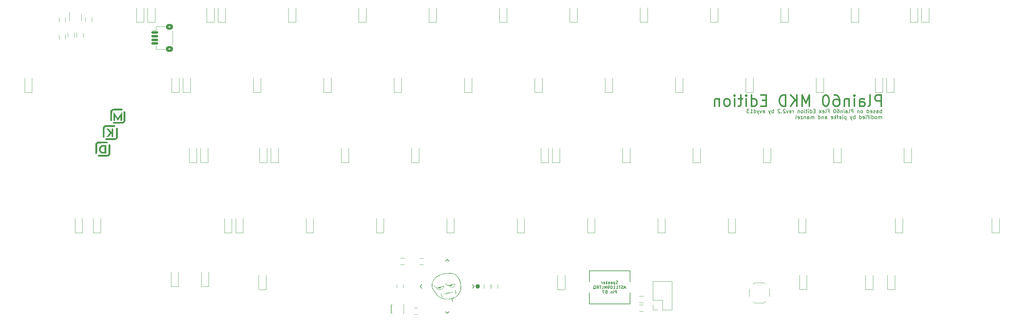
<source format=gbo>
G04 #@! TF.GenerationSoftware,KiCad,Pcbnew,(5.99.0-11336-g5116fa6d12)*
G04 #@! TF.CreationDate,2021-07-24T21:02:53+02:00*
G04 #@! TF.ProjectId,plain60-flex-mkd-iso,706c6169-6e36-4302-9d66-6c65782d6d6b,rev?*
G04 #@! TF.SameCoordinates,Original*
G04 #@! TF.FileFunction,Legend,Bot*
G04 #@! TF.FilePolarity,Positive*
%FSLAX46Y46*%
G04 Gerber Fmt 4.6, Leading zero omitted, Abs format (unit mm)*
G04 Created by KiCad (PCBNEW (5.99.0-11336-g5116fa6d12)) date 2021-07-24 21:02:53*
%MOMM*%
%LPD*%
G01*
G04 APERTURE LIST*
G04 Aperture macros list*
%AMRoundRect*
0 Rectangle with rounded corners*
0 $1 Rounding radius*
0 $2 $3 $4 $5 $6 $7 $8 $9 X,Y pos of 4 corners*
0 Add a 4 corners polygon primitive as box body*
4,1,4,$2,$3,$4,$5,$6,$7,$8,$9,$2,$3,0*
0 Add four circle primitives for the rounded corners*
1,1,$1+$1,$2,$3*
1,1,$1+$1,$4,$5*
1,1,$1+$1,$6,$7*
1,1,$1+$1,$8,$9*
0 Add four rect primitives between the rounded corners*
20,1,$1+$1,$2,$3,$4,$5,0*
20,1,$1+$1,$4,$5,$6,$7,0*
20,1,$1+$1,$6,$7,$8,$9,0*
20,1,$1+$1,$8,$9,$2,$3,0*%
%AMRotRect*
0 Rectangle, with rotation*
0 The origin of the aperture is its center*
0 $1 length*
0 $2 width*
0 $3 Rotation angle, in degrees counterclockwise*
0 Add horizontal line*
21,1,$1,$2,0,0,$3*%
G04 Aperture macros list end*
%ADD10C,0.400000*%
%ADD11C,0.150000*%
%ADD12C,0.120000*%
%ADD13C,2.286000*%
%ADD14C,1.701800*%
%ADD15C,3.987800*%
%ADD16C,3.048000*%
%ADD17O,7.500000X3.000000*%
%ADD18O,5.500000X3.000000*%
%ADD19R,1.200000X0.900000*%
%ADD20RotRect,1.500000X0.550000X135.000000*%
%ADD21RotRect,1.500000X0.550000X45.000000*%
%ADD22R,0.400000X2.000000*%
%ADD23R,1.700000X1.000000*%
%ADD24R,1.200000X1.300000*%
%ADD25C,2.000000*%
%ADD26R,1.300000X1.200000*%
%ADD27C,0.650000*%
%ADD28R,0.600000X1.450000*%
%ADD29R,0.300000X1.450000*%
%ADD30O,1.000000X2.100000*%
%ADD31O,1.000000X1.600000*%
%ADD32R,1.200000X1.250000*%
%ADD33R,1.250000X1.200000*%
%ADD34R,0.600000X1.200000*%
%ADD35R,1.700000X1.700000*%
%ADD36O,1.700000X1.700000*%
%ADD37RoundRect,0.150000X0.775000X-0.150000X0.775000X0.150000X-0.775000X0.150000X-0.775000X-0.150000X0*%
%ADD38RoundRect,0.332800X0.567200X-0.467200X0.567200X0.467200X-0.567200X0.467200X-0.567200X-0.467200X0*%
%ADD39R,2.500000X2.500000*%
G04 APERTURE END LIST*
D10*
X237205001Y-36527203D02*
X237205001Y-33527203D01*
X236062144Y-33527203D01*
X235776429Y-33670061D01*
X235633572Y-33812918D01*
X235490715Y-34098632D01*
X235490715Y-34527203D01*
X235633572Y-34812918D01*
X235776429Y-34955775D01*
X236062144Y-35098632D01*
X237205001Y-35098632D01*
X233776429Y-36527203D02*
X234062144Y-36384346D01*
X234205001Y-36098632D01*
X234205001Y-33527203D01*
X231347858Y-36527203D02*
X231347858Y-34955775D01*
X231490715Y-34670061D01*
X231776429Y-34527203D01*
X232347858Y-34527203D01*
X232633572Y-34670061D01*
X231347858Y-36384346D02*
X231633572Y-36527203D01*
X232347858Y-36527203D01*
X232633572Y-36384346D01*
X232776429Y-36098632D01*
X232776429Y-35812918D01*
X232633572Y-35527203D01*
X232347858Y-35384346D01*
X231633572Y-35384346D01*
X231347858Y-35241489D01*
X229919287Y-36527203D02*
X229919287Y-34527203D01*
X229919287Y-33527203D02*
X230062144Y-33670061D01*
X229919287Y-33812918D01*
X229776429Y-33670061D01*
X229919287Y-33527203D01*
X229919287Y-33812918D01*
X228490715Y-34527203D02*
X228490715Y-36527203D01*
X228490715Y-34812918D02*
X228347858Y-34670061D01*
X228062144Y-34527203D01*
X227633572Y-34527203D01*
X227347858Y-34670061D01*
X227205001Y-34955775D01*
X227205001Y-36527203D01*
X224490715Y-33527203D02*
X225062144Y-33527203D01*
X225347858Y-33670061D01*
X225490715Y-33812918D01*
X225776429Y-34241489D01*
X225919287Y-34812918D01*
X225919287Y-35955775D01*
X225776429Y-36241489D01*
X225633572Y-36384346D01*
X225347858Y-36527203D01*
X224776429Y-36527203D01*
X224490715Y-36384346D01*
X224347858Y-36241489D01*
X224205001Y-35955775D01*
X224205001Y-35241489D01*
X224347858Y-34955775D01*
X224490715Y-34812918D01*
X224776429Y-34670061D01*
X225347858Y-34670061D01*
X225633572Y-34812918D01*
X225776429Y-34955775D01*
X225919287Y-35241489D01*
X222347858Y-33527203D02*
X222062144Y-33527203D01*
X221776429Y-33670061D01*
X221633572Y-33812918D01*
X221490715Y-34098632D01*
X221347858Y-34670061D01*
X221347858Y-35384346D01*
X221490715Y-35955775D01*
X221633572Y-36241489D01*
X221776429Y-36384346D01*
X222062144Y-36527203D01*
X222347858Y-36527203D01*
X222633572Y-36384346D01*
X222776429Y-36241489D01*
X222919287Y-35955775D01*
X223062144Y-35384346D01*
X223062144Y-34670061D01*
X222919287Y-34098632D01*
X222776429Y-33812918D01*
X222633572Y-33670061D01*
X222347858Y-33527203D01*
X217776429Y-36527203D02*
X217776429Y-33527203D01*
X216776429Y-35670061D01*
X215776429Y-33527203D01*
X215776429Y-36527203D01*
X214347858Y-36527203D02*
X214347858Y-33527203D01*
X212633572Y-36527203D02*
X213919287Y-34812918D01*
X212633572Y-33527203D02*
X214347858Y-35241489D01*
X211347858Y-36527203D02*
X211347858Y-33527203D01*
X210633572Y-33527203D01*
X210205001Y-33670061D01*
X209919287Y-33955775D01*
X209776429Y-34241489D01*
X209633572Y-34812918D01*
X209633572Y-35241489D01*
X209776429Y-35812918D01*
X209919287Y-36098632D01*
X210205001Y-36384346D01*
X210633572Y-36527203D01*
X211347858Y-36527203D01*
X206062144Y-34955775D02*
X205062144Y-34955775D01*
X204633572Y-36527203D02*
X206062144Y-36527203D01*
X206062144Y-33527203D01*
X204633572Y-33527203D01*
X202062144Y-36527203D02*
X202062144Y-33527203D01*
X202062144Y-36384346D02*
X202347858Y-36527203D01*
X202919287Y-36527203D01*
X203205001Y-36384346D01*
X203347858Y-36241489D01*
X203490715Y-35955775D01*
X203490715Y-35098632D01*
X203347858Y-34812918D01*
X203205001Y-34670061D01*
X202919287Y-34527203D01*
X202347858Y-34527203D01*
X202062144Y-34670061D01*
X200633572Y-36527203D02*
X200633572Y-34527203D01*
X200633572Y-33527203D02*
X200776429Y-33670061D01*
X200633572Y-33812918D01*
X200490715Y-33670061D01*
X200633572Y-33527203D01*
X200633572Y-33812918D01*
X199633572Y-34527203D02*
X198490715Y-34527203D01*
X199205001Y-33527203D02*
X199205001Y-36098632D01*
X199062144Y-36384346D01*
X198776429Y-36527203D01*
X198490715Y-36527203D01*
X197490715Y-36527203D02*
X197490715Y-34527203D01*
X197490715Y-33527203D02*
X197633572Y-33670061D01*
X197490715Y-33812918D01*
X197347858Y-33670061D01*
X197490715Y-33527203D01*
X197490715Y-33812918D01*
X195633572Y-36527203D02*
X195919287Y-36384346D01*
X196062144Y-36241489D01*
X196205001Y-35955775D01*
X196205001Y-35098632D01*
X196062144Y-34812918D01*
X195919287Y-34670061D01*
X195633572Y-34527203D01*
X195205001Y-34527203D01*
X194919287Y-34670061D01*
X194776429Y-34812918D01*
X194633572Y-35098632D01*
X194633572Y-35955775D01*
X194776429Y-36241489D01*
X194919287Y-36384346D01*
X195205001Y-36527203D01*
X195633572Y-36527203D01*
X193347858Y-34527203D02*
X193347858Y-36527203D01*
X193347858Y-34812918D02*
X193205001Y-34670061D01*
X192919287Y-34527203D01*
X192490715Y-34527203D01*
X192205001Y-34670061D01*
X192062144Y-34955775D01*
X192062144Y-36527203D01*
D11*
X237343691Y-38407441D02*
X237343691Y-37407441D01*
X237343691Y-37788394D02*
X237248453Y-37740775D01*
X237057977Y-37740775D01*
X236962739Y-37788394D01*
X236915120Y-37836013D01*
X236867501Y-37931251D01*
X236867501Y-38216965D01*
X236915120Y-38312203D01*
X236962739Y-38359822D01*
X237057977Y-38407441D01*
X237248453Y-38407441D01*
X237343691Y-38359822D01*
X236010358Y-38407441D02*
X236010358Y-37883632D01*
X236057977Y-37788394D01*
X236153215Y-37740775D01*
X236343691Y-37740775D01*
X236438929Y-37788394D01*
X236010358Y-38359822D02*
X236105596Y-38407441D01*
X236343691Y-38407441D01*
X236438929Y-38359822D01*
X236486548Y-38264584D01*
X236486548Y-38169346D01*
X236438929Y-38074108D01*
X236343691Y-38026489D01*
X236105596Y-38026489D01*
X236010358Y-37978870D01*
X235581787Y-38359822D02*
X235486548Y-38407441D01*
X235296072Y-38407441D01*
X235200834Y-38359822D01*
X235153215Y-38264584D01*
X235153215Y-38216965D01*
X235200834Y-38121727D01*
X235296072Y-38074108D01*
X235438929Y-38074108D01*
X235534167Y-38026489D01*
X235581787Y-37931251D01*
X235581787Y-37883632D01*
X235534167Y-37788394D01*
X235438929Y-37740775D01*
X235296072Y-37740775D01*
X235200834Y-37788394D01*
X234343691Y-38359822D02*
X234438929Y-38407441D01*
X234629406Y-38407441D01*
X234724644Y-38359822D01*
X234772263Y-38264584D01*
X234772263Y-37883632D01*
X234724644Y-37788394D01*
X234629406Y-37740775D01*
X234438929Y-37740775D01*
X234343691Y-37788394D01*
X234296072Y-37883632D01*
X234296072Y-37978870D01*
X234772263Y-38074108D01*
X233438929Y-38407441D02*
X233438929Y-37407441D01*
X233438929Y-38359822D02*
X233534167Y-38407441D01*
X233724644Y-38407441D01*
X233819882Y-38359822D01*
X233867501Y-38312203D01*
X233915120Y-38216965D01*
X233915120Y-37931251D01*
X233867501Y-37836013D01*
X233819882Y-37788394D01*
X233724644Y-37740775D01*
X233534167Y-37740775D01*
X233438929Y-37788394D01*
X232057977Y-38407441D02*
X232153215Y-38359822D01*
X232200834Y-38312203D01*
X232248453Y-38216965D01*
X232248453Y-37931251D01*
X232200834Y-37836013D01*
X232153215Y-37788394D01*
X232057977Y-37740775D01*
X231915120Y-37740775D01*
X231819882Y-37788394D01*
X231772263Y-37836013D01*
X231724644Y-37931251D01*
X231724644Y-38216965D01*
X231772263Y-38312203D01*
X231819882Y-38359822D01*
X231915120Y-38407441D01*
X232057977Y-38407441D01*
X231296072Y-37740775D02*
X231296072Y-38407441D01*
X231296072Y-37836013D02*
X231248453Y-37788394D01*
X231153215Y-37740775D01*
X231010358Y-37740775D01*
X230915120Y-37788394D01*
X230867501Y-37883632D01*
X230867501Y-38407441D01*
X229629406Y-38407441D02*
X229629406Y-37407441D01*
X229248453Y-37407441D01*
X229153215Y-37455061D01*
X229105596Y-37502680D01*
X229057977Y-37597918D01*
X229057977Y-37740775D01*
X229105596Y-37836013D01*
X229153215Y-37883632D01*
X229248453Y-37931251D01*
X229629406Y-37931251D01*
X228486548Y-38407441D02*
X228581787Y-38359822D01*
X228629406Y-38264584D01*
X228629406Y-37407441D01*
X227677025Y-38407441D02*
X227677025Y-37883632D01*
X227724644Y-37788394D01*
X227819882Y-37740775D01*
X228010358Y-37740775D01*
X228105596Y-37788394D01*
X227677025Y-38359822D02*
X227772263Y-38407441D01*
X228010358Y-38407441D01*
X228105596Y-38359822D01*
X228153215Y-38264584D01*
X228153215Y-38169346D01*
X228105596Y-38074108D01*
X228010358Y-38026489D01*
X227772263Y-38026489D01*
X227677025Y-37978870D01*
X227200834Y-38407441D02*
X227200834Y-37740775D01*
X227200834Y-37407441D02*
X227248453Y-37455061D01*
X227200834Y-37502680D01*
X227153215Y-37455061D01*
X227200834Y-37407441D01*
X227200834Y-37502680D01*
X226724644Y-37740775D02*
X226724644Y-38407441D01*
X226724644Y-37836013D02*
X226677025Y-37788394D01*
X226581787Y-37740775D01*
X226438929Y-37740775D01*
X226343691Y-37788394D01*
X226296072Y-37883632D01*
X226296072Y-38407441D01*
X225391310Y-37407441D02*
X225581787Y-37407441D01*
X225677025Y-37455061D01*
X225724644Y-37502680D01*
X225819882Y-37645537D01*
X225867501Y-37836013D01*
X225867501Y-38216965D01*
X225819882Y-38312203D01*
X225772263Y-38359822D01*
X225677025Y-38407441D01*
X225486548Y-38407441D01*
X225391310Y-38359822D01*
X225343691Y-38312203D01*
X225296072Y-38216965D01*
X225296072Y-37978870D01*
X225343691Y-37883632D01*
X225391310Y-37836013D01*
X225486548Y-37788394D01*
X225677025Y-37788394D01*
X225772263Y-37836013D01*
X225819882Y-37883632D01*
X225867501Y-37978870D01*
X224677025Y-37407441D02*
X224581787Y-37407441D01*
X224486548Y-37455061D01*
X224438929Y-37502680D01*
X224391310Y-37597918D01*
X224343691Y-37788394D01*
X224343691Y-38026489D01*
X224391310Y-38216965D01*
X224438929Y-38312203D01*
X224486548Y-38359822D01*
X224581787Y-38407441D01*
X224677025Y-38407441D01*
X224772263Y-38359822D01*
X224819882Y-38312203D01*
X224867501Y-38216965D01*
X224915120Y-38026489D01*
X224915120Y-37788394D01*
X224867501Y-37597918D01*
X224819882Y-37502680D01*
X224772263Y-37455061D01*
X224677025Y-37407441D01*
X222819882Y-37883632D02*
X223153215Y-37883632D01*
X223153215Y-38407441D02*
X223153215Y-37407441D01*
X222677025Y-37407441D01*
X222153215Y-38407441D02*
X222248453Y-38359822D01*
X222296072Y-38264584D01*
X222296072Y-37407441D01*
X221391310Y-38359822D02*
X221486548Y-38407441D01*
X221677025Y-38407441D01*
X221772263Y-38359822D01*
X221819882Y-38264584D01*
X221819882Y-37883632D01*
X221772263Y-37788394D01*
X221677025Y-37740775D01*
X221486548Y-37740775D01*
X221391310Y-37788394D01*
X221343691Y-37883632D01*
X221343691Y-37978870D01*
X221819882Y-38074108D01*
X221010358Y-38407441D02*
X220486548Y-37740775D01*
X221010358Y-37740775D02*
X220486548Y-38407441D01*
X219343691Y-37883632D02*
X219010358Y-37883632D01*
X218867501Y-38407441D02*
X219343691Y-38407441D01*
X219343691Y-37407441D01*
X218867501Y-37407441D01*
X218010358Y-38407441D02*
X218010358Y-37407441D01*
X218010358Y-38359822D02*
X218105596Y-38407441D01*
X218296072Y-38407441D01*
X218391310Y-38359822D01*
X218438929Y-38312203D01*
X218486548Y-38216965D01*
X218486548Y-37931251D01*
X218438929Y-37836013D01*
X218391310Y-37788394D01*
X218296072Y-37740775D01*
X218105596Y-37740775D01*
X218010358Y-37788394D01*
X217534167Y-38407441D02*
X217534167Y-37740775D01*
X217534167Y-37407441D02*
X217581787Y-37455061D01*
X217534167Y-37502680D01*
X217486548Y-37455061D01*
X217534167Y-37407441D01*
X217534167Y-37502680D01*
X217200834Y-37740775D02*
X216819882Y-37740775D01*
X217057977Y-37407441D02*
X217057977Y-38264584D01*
X217010358Y-38359822D01*
X216915120Y-38407441D01*
X216819882Y-38407441D01*
X216486548Y-38407441D02*
X216486548Y-37740775D01*
X216486548Y-37407441D02*
X216534167Y-37455061D01*
X216486548Y-37502680D01*
X216438929Y-37455061D01*
X216486548Y-37407441D01*
X216486548Y-37502680D01*
X215867501Y-38407441D02*
X215962739Y-38359822D01*
X216010358Y-38312203D01*
X216057977Y-38216965D01*
X216057977Y-37931251D01*
X216010358Y-37836013D01*
X215962739Y-37788394D01*
X215867501Y-37740775D01*
X215724644Y-37740775D01*
X215629406Y-37788394D01*
X215581787Y-37836013D01*
X215534167Y-37931251D01*
X215534167Y-38216965D01*
X215581787Y-38312203D01*
X215629406Y-38359822D01*
X215724644Y-38407441D01*
X215867501Y-38407441D01*
X215105596Y-37740775D02*
X215105596Y-38407441D01*
X215105596Y-37836013D02*
X215057977Y-37788394D01*
X214962739Y-37740775D01*
X214819882Y-37740775D01*
X214724644Y-37788394D01*
X214677025Y-37883632D01*
X214677025Y-38407441D01*
X213438929Y-38407441D02*
X213438929Y-37740775D01*
X213438929Y-37931251D02*
X213391310Y-37836013D01*
X213343691Y-37788394D01*
X213248453Y-37740775D01*
X213153215Y-37740775D01*
X212438929Y-38359822D02*
X212534167Y-38407441D01*
X212724644Y-38407441D01*
X212819882Y-38359822D01*
X212867501Y-38264584D01*
X212867501Y-37883632D01*
X212819882Y-37788394D01*
X212724644Y-37740775D01*
X212534167Y-37740775D01*
X212438929Y-37788394D01*
X212391310Y-37883632D01*
X212391310Y-37978870D01*
X212867501Y-38074108D01*
X212057977Y-37740775D02*
X211819882Y-38407441D01*
X211581787Y-37740775D01*
X211248453Y-37502680D02*
X211200834Y-37455061D01*
X211105596Y-37407441D01*
X210867501Y-37407441D01*
X210772263Y-37455061D01*
X210724644Y-37502680D01*
X210677025Y-37597918D01*
X210677025Y-37693156D01*
X210724644Y-37836013D01*
X211296072Y-38407441D01*
X210677025Y-38407441D01*
X210248453Y-38312203D02*
X210200834Y-38359822D01*
X210248453Y-38407441D01*
X210296072Y-38359822D01*
X210248453Y-38312203D01*
X210248453Y-38407441D01*
X209819882Y-37502680D02*
X209772263Y-37455061D01*
X209677025Y-37407441D01*
X209438929Y-37407441D01*
X209343691Y-37455061D01*
X209296072Y-37502680D01*
X209248453Y-37597918D01*
X209248453Y-37693156D01*
X209296072Y-37836013D01*
X209867501Y-38407441D01*
X209248453Y-38407441D01*
X208057977Y-38407441D02*
X208057977Y-37407441D01*
X208057977Y-37788394D02*
X207962739Y-37740775D01*
X207772263Y-37740775D01*
X207677025Y-37788394D01*
X207629406Y-37836013D01*
X207581787Y-37931251D01*
X207581787Y-38216965D01*
X207629406Y-38312203D01*
X207677025Y-38359822D01*
X207772263Y-38407441D01*
X207962739Y-38407441D01*
X208057977Y-38359822D01*
X207248453Y-37740775D02*
X207010358Y-38407441D01*
X206772263Y-37740775D02*
X207010358Y-38407441D01*
X207105596Y-38645537D01*
X207153215Y-38693156D01*
X207248453Y-38740775D01*
X205248453Y-38359822D02*
X205343691Y-38407441D01*
X205534167Y-38407441D01*
X205629406Y-38359822D01*
X205677025Y-38264584D01*
X205677025Y-37883632D01*
X205629406Y-37788394D01*
X205534167Y-37740775D01*
X205343691Y-37740775D01*
X205248453Y-37788394D01*
X205200834Y-37883632D01*
X205200834Y-37978870D01*
X205677025Y-38074108D01*
X204867501Y-37740775D02*
X204629406Y-38407441D01*
X204391310Y-37740775D01*
X204105596Y-37740775D02*
X203867501Y-38407441D01*
X203629406Y-37740775D02*
X203867501Y-38407441D01*
X203962739Y-38645537D01*
X204010358Y-38693156D01*
X204105596Y-38740775D01*
X202819882Y-38407441D02*
X202819882Y-37407441D01*
X202819882Y-38359822D02*
X202915120Y-38407441D01*
X203105596Y-38407441D01*
X203200834Y-38359822D01*
X203248453Y-38312203D01*
X203296072Y-38216965D01*
X203296072Y-37931251D01*
X203248453Y-37836013D01*
X203200834Y-37788394D01*
X203105596Y-37740775D01*
X202915120Y-37740775D01*
X202819882Y-37788394D01*
X201819882Y-38407441D02*
X202391310Y-38407441D01*
X202105596Y-38407441D02*
X202105596Y-37407441D01*
X202200834Y-37550299D01*
X202296072Y-37645537D01*
X202391310Y-37693156D01*
X201486548Y-37407441D02*
X200867501Y-37407441D01*
X201200834Y-37788394D01*
X201057977Y-37788394D01*
X200962739Y-37836013D01*
X200915120Y-37883632D01*
X200867501Y-37978870D01*
X200867501Y-38216965D01*
X200915120Y-38312203D01*
X200962739Y-38359822D01*
X201057977Y-38407441D01*
X201343691Y-38407441D01*
X201438929Y-38359822D01*
X201486548Y-38312203D01*
X237343691Y-40017441D02*
X237343691Y-39350775D01*
X237343691Y-39446013D02*
X237296072Y-39398394D01*
X237200834Y-39350775D01*
X237057977Y-39350775D01*
X236962739Y-39398394D01*
X236915120Y-39493632D01*
X236915120Y-40017441D01*
X236915120Y-39493632D02*
X236867501Y-39398394D01*
X236772263Y-39350775D01*
X236629406Y-39350775D01*
X236534167Y-39398394D01*
X236486548Y-39493632D01*
X236486548Y-40017441D01*
X235867501Y-40017441D02*
X235962739Y-39969822D01*
X236010358Y-39922203D01*
X236057977Y-39826965D01*
X236057977Y-39541251D01*
X236010358Y-39446013D01*
X235962739Y-39398394D01*
X235867501Y-39350775D01*
X235724644Y-39350775D01*
X235629406Y-39398394D01*
X235581787Y-39446013D01*
X235534167Y-39541251D01*
X235534167Y-39826965D01*
X235581787Y-39922203D01*
X235629406Y-39969822D01*
X235724644Y-40017441D01*
X235867501Y-40017441D01*
X234677025Y-40017441D02*
X234677025Y-39017441D01*
X234677025Y-39969822D02*
X234772263Y-40017441D01*
X234962739Y-40017441D01*
X235057977Y-39969822D01*
X235105596Y-39922203D01*
X235153215Y-39826965D01*
X235153215Y-39541251D01*
X235105596Y-39446013D01*
X235057977Y-39398394D01*
X234962739Y-39350775D01*
X234772263Y-39350775D01*
X234677025Y-39398394D01*
X234200834Y-40017441D02*
X234200834Y-39350775D01*
X234200834Y-39017441D02*
X234248453Y-39065061D01*
X234200834Y-39112680D01*
X234153215Y-39065061D01*
X234200834Y-39017441D01*
X234200834Y-39112680D01*
X233867501Y-39350775D02*
X233486548Y-39350775D01*
X233724644Y-40017441D02*
X233724644Y-39160299D01*
X233677025Y-39065061D01*
X233581787Y-39017441D01*
X233486548Y-39017441D01*
X233153215Y-40017441D02*
X233153215Y-39350775D01*
X233153215Y-39017441D02*
X233200834Y-39065061D01*
X233153215Y-39112680D01*
X233105596Y-39065061D01*
X233153215Y-39017441D01*
X233153215Y-39112680D01*
X232296072Y-39969822D02*
X232391310Y-40017441D01*
X232581787Y-40017441D01*
X232677025Y-39969822D01*
X232724644Y-39874584D01*
X232724644Y-39493632D01*
X232677025Y-39398394D01*
X232581787Y-39350775D01*
X232391310Y-39350775D01*
X232296072Y-39398394D01*
X232248453Y-39493632D01*
X232248453Y-39588870D01*
X232724644Y-39684108D01*
X231391310Y-40017441D02*
X231391310Y-39017441D01*
X231391310Y-39969822D02*
X231486548Y-40017441D01*
X231677025Y-40017441D01*
X231772263Y-39969822D01*
X231819882Y-39922203D01*
X231867501Y-39826965D01*
X231867501Y-39541251D01*
X231819882Y-39446013D01*
X231772263Y-39398394D01*
X231677025Y-39350775D01*
X231486548Y-39350775D01*
X231391310Y-39398394D01*
X230153215Y-40017441D02*
X230153215Y-39017441D01*
X230153215Y-39398394D02*
X230057977Y-39350775D01*
X229867501Y-39350775D01*
X229772263Y-39398394D01*
X229724644Y-39446013D01*
X229677025Y-39541251D01*
X229677025Y-39826965D01*
X229724644Y-39922203D01*
X229772263Y-39969822D01*
X229867501Y-40017441D01*
X230057977Y-40017441D01*
X230153215Y-39969822D01*
X229343691Y-39350775D02*
X229105596Y-40017441D01*
X228867501Y-39350775D02*
X229105596Y-40017441D01*
X229200834Y-40255537D01*
X229248453Y-40303156D01*
X229343691Y-40350775D01*
X227724644Y-39350775D02*
X227724644Y-40350775D01*
X227724644Y-39398394D02*
X227629406Y-39350775D01*
X227438929Y-39350775D01*
X227343691Y-39398394D01*
X227296072Y-39446013D01*
X227248453Y-39541251D01*
X227248453Y-39826965D01*
X227296072Y-39922203D01*
X227343691Y-39969822D01*
X227438929Y-40017441D01*
X227629406Y-40017441D01*
X227724644Y-39969822D01*
X226819882Y-40017441D02*
X226819882Y-39350775D01*
X226819882Y-39017441D02*
X226867501Y-39065061D01*
X226819882Y-39112680D01*
X226772263Y-39065061D01*
X226819882Y-39017441D01*
X226819882Y-39112680D01*
X225962739Y-39969822D02*
X226057977Y-40017441D01*
X226248453Y-40017441D01*
X226343691Y-39969822D01*
X226391310Y-39874584D01*
X226391310Y-39493632D01*
X226343691Y-39398394D01*
X226248453Y-39350775D01*
X226057977Y-39350775D01*
X225962739Y-39398394D01*
X225915120Y-39493632D01*
X225915120Y-39588870D01*
X226391310Y-39684108D01*
X225629406Y-39350775D02*
X225248453Y-39350775D01*
X225486548Y-40017441D02*
X225486548Y-39160299D01*
X225438929Y-39065061D01*
X225343691Y-39017441D01*
X225248453Y-39017441D01*
X224915120Y-40017441D02*
X224915120Y-39017441D01*
X224819882Y-39636489D02*
X224534167Y-40017441D01*
X224534167Y-39350775D02*
X224915120Y-39731727D01*
X223724644Y-39969822D02*
X223819882Y-40017441D01*
X224010358Y-40017441D01*
X224105596Y-39969822D01*
X224153215Y-39874584D01*
X224153215Y-39493632D01*
X224105596Y-39398394D01*
X224010358Y-39350775D01*
X223819882Y-39350775D01*
X223724644Y-39398394D01*
X223677025Y-39493632D01*
X223677025Y-39588870D01*
X224153215Y-39684108D01*
X222057977Y-40017441D02*
X222057977Y-39493632D01*
X222105596Y-39398394D01*
X222200834Y-39350775D01*
X222391310Y-39350775D01*
X222486548Y-39398394D01*
X222057977Y-39969822D02*
X222153215Y-40017441D01*
X222391310Y-40017441D01*
X222486548Y-39969822D01*
X222534167Y-39874584D01*
X222534167Y-39779346D01*
X222486548Y-39684108D01*
X222391310Y-39636489D01*
X222153215Y-39636489D01*
X222057977Y-39588870D01*
X221581787Y-39350775D02*
X221581787Y-40017441D01*
X221581787Y-39446013D02*
X221534167Y-39398394D01*
X221438929Y-39350775D01*
X221296072Y-39350775D01*
X221200834Y-39398394D01*
X221153215Y-39493632D01*
X221153215Y-40017441D01*
X220248453Y-40017441D02*
X220248453Y-39017441D01*
X220248453Y-39969822D02*
X220343691Y-40017441D01*
X220534167Y-40017441D01*
X220629406Y-39969822D01*
X220677025Y-39922203D01*
X220724644Y-39826965D01*
X220724644Y-39541251D01*
X220677025Y-39446013D01*
X220629406Y-39398394D01*
X220534167Y-39350775D01*
X220343691Y-39350775D01*
X220248453Y-39398394D01*
X219010358Y-40017441D02*
X219010358Y-39350775D01*
X219010358Y-39446013D02*
X218962739Y-39398394D01*
X218867501Y-39350775D01*
X218724644Y-39350775D01*
X218629406Y-39398394D01*
X218581787Y-39493632D01*
X218581787Y-40017441D01*
X218581787Y-39493632D02*
X218534167Y-39398394D01*
X218438929Y-39350775D01*
X218296072Y-39350775D01*
X218200834Y-39398394D01*
X218153215Y-39493632D01*
X218153215Y-40017441D01*
X217248453Y-40017441D02*
X217248453Y-39493632D01*
X217296072Y-39398394D01*
X217391310Y-39350775D01*
X217581787Y-39350775D01*
X217677025Y-39398394D01*
X217248453Y-39969822D02*
X217343691Y-40017441D01*
X217581787Y-40017441D01*
X217677025Y-39969822D01*
X217724644Y-39874584D01*
X217724644Y-39779346D01*
X217677025Y-39684108D01*
X217581787Y-39636489D01*
X217343691Y-39636489D01*
X217248453Y-39588870D01*
X216772263Y-39350775D02*
X216772263Y-40017441D01*
X216772263Y-39446013D02*
X216724644Y-39398394D01*
X216629406Y-39350775D01*
X216486548Y-39350775D01*
X216391310Y-39398394D01*
X216343691Y-39493632D01*
X216343691Y-40017441D01*
X215962739Y-39350775D02*
X215438929Y-39350775D01*
X215962739Y-40017441D01*
X215438929Y-40017441D01*
X214677025Y-39969822D02*
X214772263Y-40017441D01*
X214962739Y-40017441D01*
X215057977Y-39969822D01*
X215105596Y-39874584D01*
X215105596Y-39493632D01*
X215057977Y-39398394D01*
X214962739Y-39350775D01*
X214772263Y-39350775D01*
X214677025Y-39398394D01*
X214629406Y-39493632D01*
X214629406Y-39588870D01*
X215105596Y-39684108D01*
X214057977Y-40017441D02*
X214153215Y-39969822D01*
X214200834Y-39874584D01*
X214200834Y-39017441D01*
X165920598Y-84760881D02*
X165806313Y-84798976D01*
X165615836Y-84798976D01*
X165539646Y-84760881D01*
X165501551Y-84722786D01*
X165463455Y-84646595D01*
X165463455Y-84570405D01*
X165501551Y-84494214D01*
X165539646Y-84456119D01*
X165615836Y-84418024D01*
X165768217Y-84379929D01*
X165844408Y-84341833D01*
X165882503Y-84303738D01*
X165920598Y-84227548D01*
X165920598Y-84151357D01*
X165882503Y-84075167D01*
X165844408Y-84037072D01*
X165768217Y-83998976D01*
X165577741Y-83998976D01*
X165463455Y-84037072D01*
X165120598Y-84265643D02*
X165120598Y-85065643D01*
X165120598Y-84303738D02*
X165044408Y-84265643D01*
X164892027Y-84265643D01*
X164815836Y-84303738D01*
X164777741Y-84341833D01*
X164739646Y-84418024D01*
X164739646Y-84646595D01*
X164777741Y-84722786D01*
X164815836Y-84760881D01*
X164892027Y-84798976D01*
X165044408Y-84798976D01*
X165120598Y-84760881D01*
X164092027Y-84760881D02*
X164168217Y-84798976D01*
X164320598Y-84798976D01*
X164396789Y-84760881D01*
X164434884Y-84684691D01*
X164434884Y-84379929D01*
X164396789Y-84303738D01*
X164320598Y-84265643D01*
X164168217Y-84265643D01*
X164092027Y-84303738D01*
X164053932Y-84379929D01*
X164053932Y-84456119D01*
X164434884Y-84532310D01*
X163368217Y-84798976D02*
X163368217Y-84379929D01*
X163406313Y-84303738D01*
X163482503Y-84265643D01*
X163634884Y-84265643D01*
X163711074Y-84303738D01*
X163368217Y-84760881D02*
X163444408Y-84798976D01*
X163634884Y-84798976D01*
X163711074Y-84760881D01*
X163749170Y-84684691D01*
X163749170Y-84608500D01*
X163711074Y-84532310D01*
X163634884Y-84494214D01*
X163444408Y-84494214D01*
X163368217Y-84456119D01*
X162987265Y-84798976D02*
X162987265Y-83998976D01*
X162911074Y-84494214D02*
X162682503Y-84798976D01*
X162682503Y-84265643D02*
X162987265Y-84570405D01*
X162034884Y-84760881D02*
X162111074Y-84798976D01*
X162263455Y-84798976D01*
X162339646Y-84760881D01*
X162377741Y-84684691D01*
X162377741Y-84379929D01*
X162339646Y-84303738D01*
X162263455Y-84265643D01*
X162111074Y-84265643D01*
X162034884Y-84303738D01*
X161996789Y-84379929D01*
X161996789Y-84456119D01*
X162377741Y-84532310D01*
X161653932Y-84798976D02*
X161653932Y-84265643D01*
X161653932Y-84418024D02*
X161615836Y-84341833D01*
X161577741Y-84303738D01*
X161501551Y-84265643D01*
X161425360Y-84265643D01*
X168015836Y-85858405D02*
X167634884Y-85858405D01*
X168092027Y-86086976D02*
X167825360Y-85286976D01*
X167558694Y-86086976D01*
X167330122Y-86048881D02*
X167215836Y-86086976D01*
X167025360Y-86086976D01*
X166949170Y-86048881D01*
X166911075Y-86010786D01*
X166872979Y-85934595D01*
X166872979Y-85858405D01*
X166911075Y-85782214D01*
X166949170Y-85744119D01*
X167025360Y-85706024D01*
X167177741Y-85667929D01*
X167253932Y-85629833D01*
X167292027Y-85591738D01*
X167330122Y-85515548D01*
X167330122Y-85439357D01*
X167292027Y-85363167D01*
X167253932Y-85325072D01*
X167177741Y-85286976D01*
X166987265Y-85286976D01*
X166872979Y-85325072D01*
X166644408Y-85286976D02*
X166187265Y-85286976D01*
X166415836Y-86086976D02*
X166415836Y-85286976D01*
X165501551Y-86086976D02*
X165958694Y-86086976D01*
X165730122Y-86086976D02*
X165730122Y-85286976D01*
X165806313Y-85401262D01*
X165882503Y-85477452D01*
X165958694Y-85515548D01*
X164739646Y-86086976D02*
X165196789Y-86086976D01*
X164968217Y-86086976D02*
X164968217Y-85286976D01*
X165044408Y-85401262D01*
X165120598Y-85477452D01*
X165196789Y-85515548D01*
X164244408Y-85286976D02*
X164168217Y-85286976D01*
X164092027Y-85325072D01*
X164053932Y-85363167D01*
X164015836Y-85439357D01*
X163977741Y-85591738D01*
X163977741Y-85782214D01*
X164015836Y-85934595D01*
X164053932Y-86010786D01*
X164092027Y-86048881D01*
X164168217Y-86086976D01*
X164244408Y-86086976D01*
X164320598Y-86048881D01*
X164358694Y-86010786D01*
X164396789Y-85934595D01*
X164434884Y-85782214D01*
X164434884Y-85591738D01*
X164396789Y-85439357D01*
X164358694Y-85363167D01*
X164320598Y-85325072D01*
X164244408Y-85286976D01*
X163596789Y-86086976D02*
X163444408Y-86086976D01*
X163368217Y-86048881D01*
X163330122Y-86010786D01*
X163253932Y-85896500D01*
X163215836Y-85744119D01*
X163215836Y-85439357D01*
X163253932Y-85363167D01*
X163292027Y-85325072D01*
X163368217Y-85286976D01*
X163520598Y-85286976D01*
X163596789Y-85325072D01*
X163634884Y-85363167D01*
X163672979Y-85439357D01*
X163672979Y-85629833D01*
X163634884Y-85706024D01*
X163596789Y-85744119D01*
X163520598Y-85782214D01*
X163368217Y-85782214D01*
X163292027Y-85744119D01*
X163253932Y-85706024D01*
X163215836Y-85629833D01*
X162872979Y-86086976D02*
X162872979Y-85286976D01*
X162606313Y-85858405D01*
X162339646Y-85286976D01*
X162339646Y-86086976D01*
X161577741Y-86086976D02*
X161958694Y-86086976D01*
X161958694Y-85286976D01*
X161425360Y-85286976D02*
X160968217Y-85286976D01*
X161196789Y-86086976D02*
X161196789Y-85286976D01*
X160244408Y-86086976D02*
X160511075Y-85706024D01*
X160701551Y-86086976D02*
X160701551Y-85286976D01*
X160396789Y-85286976D01*
X160320598Y-85325072D01*
X160282503Y-85363167D01*
X160244408Y-85439357D01*
X160244408Y-85553643D01*
X160282503Y-85629833D01*
X160320598Y-85667929D01*
X160396789Y-85706024D01*
X160701551Y-85706024D01*
X159368217Y-86163167D02*
X159444408Y-86125072D01*
X159520598Y-86048881D01*
X159634884Y-85934595D01*
X159711075Y-85896500D01*
X159787265Y-85896500D01*
X159749170Y-86086976D02*
X159825360Y-86048881D01*
X159901551Y-85972691D01*
X159939646Y-85820310D01*
X159939646Y-85553643D01*
X159901551Y-85401262D01*
X159825360Y-85325072D01*
X159749170Y-85286976D01*
X159596789Y-85286976D01*
X159520598Y-85325072D01*
X159444408Y-85401262D01*
X159406313Y-85553643D01*
X159406313Y-85820310D01*
X159444408Y-85972691D01*
X159520598Y-86048881D01*
X159596789Y-86086976D01*
X159749170Y-86086976D01*
X165558694Y-87374976D02*
X165558694Y-86574976D01*
X165253932Y-86574976D01*
X165177741Y-86613072D01*
X165139646Y-86651167D01*
X165101551Y-86727357D01*
X165101551Y-86841643D01*
X165139646Y-86917833D01*
X165177741Y-86955929D01*
X165253932Y-86994024D01*
X165558694Y-86994024D01*
X164758694Y-87374976D02*
X164758694Y-86841643D01*
X164758694Y-86574976D02*
X164796789Y-86613072D01*
X164758694Y-86651167D01*
X164720598Y-86613072D01*
X164758694Y-86574976D01*
X164758694Y-86651167D01*
X164377741Y-86841643D02*
X164377741Y-87374976D01*
X164377741Y-86917833D02*
X164339646Y-86879738D01*
X164263455Y-86841643D01*
X164149170Y-86841643D01*
X164072979Y-86879738D01*
X164034884Y-86955929D01*
X164034884Y-87374976D01*
X162777741Y-86955929D02*
X162663455Y-86994024D01*
X162625360Y-87032119D01*
X162587265Y-87108310D01*
X162587265Y-87222595D01*
X162625360Y-87298786D01*
X162663455Y-87336881D01*
X162739646Y-87374976D01*
X163044408Y-87374976D01*
X163044408Y-86574976D01*
X162777741Y-86574976D01*
X162701551Y-86613072D01*
X162663455Y-86651167D01*
X162625360Y-86727357D01*
X162625360Y-86803548D01*
X162663455Y-86879738D01*
X162701551Y-86917833D01*
X162777741Y-86955929D01*
X163044408Y-86955929D01*
X162320598Y-86574976D02*
X161787265Y-86574976D01*
X162130122Y-87374976D01*
D12*
X238932417Y-86325561D02*
X238932417Y-82425561D01*
X240932417Y-86325561D02*
X240932417Y-82425561D01*
X240932417Y-86325561D02*
X238932417Y-86325561D01*
X215098619Y-86325561D02*
X215098619Y-82425561D01*
X217098619Y-86325561D02*
X215098619Y-86325561D01*
X217098619Y-86325561D02*
X217098619Y-82425561D01*
X149614189Y-86325561D02*
X149614189Y-82425561D01*
X151614189Y-86325561D02*
X151614189Y-82425561D01*
X151614189Y-86325561D02*
X149614189Y-86325561D01*
X70679287Y-86325561D02*
X70679287Y-82425561D01*
X68679287Y-86325561D02*
X68679287Y-82425561D01*
X70679287Y-86325561D02*
X68679287Y-86325561D01*
X269225000Y-70925000D02*
X269225000Y-67025000D01*
X269225000Y-70925000D02*
X267225000Y-70925000D01*
X267225000Y-70925000D02*
X267225000Y-67025000D01*
X243031460Y-70925056D02*
X241031460Y-70925056D01*
X241031460Y-70925056D02*
X241031460Y-67025056D01*
X243031460Y-70925056D02*
X243031460Y-67025056D01*
X214837500Y-70925000D02*
X214837500Y-67025000D01*
X216837500Y-70925000D02*
X214837500Y-70925000D01*
X216837500Y-70925000D02*
X216837500Y-67025000D01*
X197787500Y-70925000D02*
X195787500Y-70925000D01*
X197787500Y-70925000D02*
X197787500Y-67025000D01*
X195787500Y-70925000D02*
X195787500Y-67025000D01*
X140637500Y-70925000D02*
X138637500Y-70925000D01*
X140637500Y-70925000D02*
X140637500Y-67025000D01*
X138637500Y-70925000D02*
X138637500Y-67025000D01*
X100537500Y-70925000D02*
X100537500Y-67025000D01*
X102537500Y-70925000D02*
X102537500Y-67025000D01*
X102537500Y-70925000D02*
X100537500Y-70925000D01*
X81487500Y-70925000D02*
X81487500Y-67025000D01*
X83487500Y-70925000D02*
X81487500Y-70925000D01*
X83487500Y-70925000D02*
X83487500Y-67025000D01*
X221600000Y-32825000D02*
X221600000Y-28925000D01*
X221600000Y-32825000D02*
X219600000Y-32825000D01*
X219600000Y-32825000D02*
X219600000Y-28925000D01*
X224362500Y-51875000D02*
X224362500Y-47975000D01*
X226362500Y-51875000D02*
X226362500Y-47975000D01*
X226362500Y-51875000D02*
X224362500Y-51875000D01*
X48150000Y-32825000D02*
X48150000Y-28925000D01*
X50150000Y-32825000D02*
X50150000Y-28925000D01*
X50150000Y-32825000D02*
X48150000Y-32825000D01*
X183500000Y-32825000D02*
X183500000Y-28925000D01*
X183500000Y-32825000D02*
X181500000Y-32825000D01*
X181500000Y-32825000D02*
X181500000Y-28925000D01*
X207312500Y-51875000D02*
X207312500Y-47975000D01*
X207312500Y-51875000D02*
X205312500Y-51875000D01*
X205312500Y-51875000D02*
X205312500Y-47975000D01*
X110062500Y-51875000D02*
X110062500Y-47975000D01*
X112062500Y-51875000D02*
X110062500Y-51875000D01*
X112062500Y-51875000D02*
X112062500Y-47975000D01*
X52912500Y-51875000D02*
X52912500Y-47975000D01*
X54912500Y-51875000D02*
X52912500Y-51875000D01*
X54912500Y-51875000D02*
X54912500Y-47975000D01*
X188262500Y-51875000D02*
X186262500Y-51875000D01*
X186262500Y-51875000D02*
X186262500Y-47975000D01*
X188262500Y-51875000D02*
X188262500Y-47975000D01*
X145112500Y-51875000D02*
X145112500Y-47975000D01*
X147112500Y-51875000D02*
X147112500Y-47975000D01*
X147112500Y-51875000D02*
X145112500Y-51875000D01*
X49862500Y-51875000D02*
X49862500Y-47975000D01*
X51862500Y-51875000D02*
X49862500Y-51875000D01*
X51862500Y-51875000D02*
X51862500Y-47975000D01*
X71962500Y-51875000D02*
X71962500Y-47975000D01*
X73962500Y-51875000D02*
X73962500Y-47975000D01*
X73962500Y-51875000D02*
X71962500Y-51875000D01*
X105300000Y-32825000D02*
X105300000Y-28925000D01*
X107300000Y-32825000D02*
X105300000Y-32825000D01*
X107300000Y-32825000D02*
X107300000Y-28925000D01*
X200550000Y-32825000D02*
X200550000Y-28925000D01*
X202550000Y-32825000D02*
X200550000Y-32825000D01*
X202550000Y-32825000D02*
X202550000Y-28925000D01*
X126350000Y-32825000D02*
X126350000Y-28925000D01*
X124350000Y-32825000D02*
X124350000Y-28925000D01*
X126350000Y-32825000D02*
X124350000Y-32825000D01*
X162450000Y-32825000D02*
X162450000Y-28925000D01*
X164450000Y-32825000D02*
X164450000Y-28925000D01*
X164450000Y-32825000D02*
X162450000Y-32825000D01*
X148162500Y-51875000D02*
X148162500Y-47975000D01*
X150162500Y-51875000D02*
X148162500Y-51875000D01*
X150162500Y-51875000D02*
X150162500Y-47975000D01*
X91012500Y-51875000D02*
X91012500Y-47975000D01*
X93012500Y-51875000D02*
X93012500Y-47975000D01*
X93012500Y-51875000D02*
X91012500Y-51875000D01*
X61387500Y-70925000D02*
X61387500Y-67025000D01*
X61387500Y-70925000D02*
X59387500Y-70925000D01*
X59387500Y-70925000D02*
X59387500Y-67025000D01*
X159687500Y-70925000D02*
X157687500Y-70925000D01*
X159687500Y-70925000D02*
X159687500Y-67025000D01*
X157687500Y-70925000D02*
X157687500Y-67025000D01*
X245412500Y-51875000D02*
X243412500Y-51875000D01*
X243412500Y-51875000D02*
X243412500Y-47975000D01*
X245412500Y-51875000D02*
X245412500Y-47975000D01*
X44904299Y-85500061D02*
X44904299Y-81600061D01*
X46904299Y-85500061D02*
X46904299Y-81600061D01*
X46904299Y-85500061D02*
X44904299Y-85500061D01*
X169212500Y-51875000D02*
X169212500Y-47975000D01*
X167212500Y-51875000D02*
X167212500Y-47975000D01*
X169212500Y-51875000D02*
X167212500Y-51875000D01*
X86250000Y-32825000D02*
X86250000Y-28925000D01*
X88250000Y-32825000D02*
X86250000Y-32825000D01*
X88250000Y-32825000D02*
X88250000Y-28925000D01*
X240650000Y-32825000D02*
X238650000Y-32825000D01*
X240650000Y-32825000D02*
X240650000Y-28925000D01*
X238650000Y-32825000D02*
X238650000Y-28925000D01*
X70912500Y-51875000D02*
X70912500Y-47975000D01*
X68912500Y-51875000D02*
X68912500Y-47975000D01*
X70912500Y-51875000D02*
X68912500Y-51875000D01*
X145400000Y-32825000D02*
X145400000Y-28925000D01*
X143400000Y-32825000D02*
X143400000Y-28925000D01*
X145400000Y-32825000D02*
X143400000Y-32825000D01*
X178737500Y-70925000D02*
X178737500Y-67025000D01*
X178737500Y-70925000D02*
X176737500Y-70925000D01*
X176737500Y-70925000D02*
X176737500Y-67025000D01*
X119587500Y-70925000D02*
X119587500Y-67025000D01*
X121587500Y-70925000D02*
X121587500Y-67025000D01*
X121587500Y-70925000D02*
X119587500Y-70925000D01*
X69200000Y-32825000D02*
X67200000Y-32825000D01*
X67200000Y-32825000D02*
X67200000Y-28925000D01*
X69200000Y-32825000D02*
X69200000Y-28925000D01*
D11*
X127035640Y-85482325D02*
X126629054Y-85888911D01*
X119717085Y-78163770D02*
X119239788Y-78641067D01*
X119717085Y-92800880D02*
X119239788Y-92323583D01*
X112398530Y-85482325D02*
X112875827Y-85005028D01*
X128068723Y-85572128D02*
X127978921Y-85482325D01*
X112398530Y-85482325D02*
X112875827Y-85959622D01*
X119717085Y-92800880D02*
X120194382Y-92323583D01*
X119717085Y-78163770D02*
X120194382Y-78641067D01*
X127035640Y-85482325D02*
X126558343Y-85005028D01*
X128232921Y-85482325D02*
G75*
G03*
X128232921Y-85482325I-254000J0D01*
G01*
X128502556Y-85482325D02*
G75*
G03*
X128502556Y-85482325I-523635J0D01*
G01*
X128380531Y-85482325D02*
G75*
G03*
X128380531Y-85482325I-401610J0D01*
G01*
X128262902Y-85482325D02*
G75*
G03*
X128262902Y-85482325I-283981J0D01*
G01*
X128105922Y-85482325D02*
G75*
G03*
X128105922Y-85482325I-127001J0D01*
G01*
D12*
X107929287Y-92800061D02*
X107929287Y-90800061D01*
X104629287Y-92800061D02*
X104779287Y-92800061D01*
X104429287Y-90800061D02*
X104429287Y-90400061D01*
X104429287Y-92800061D02*
X104429287Y-90800061D01*
X107929287Y-90400061D02*
X107779287Y-90400061D01*
X107929287Y-90800061D02*
X107929287Y-90400061D01*
X104629287Y-90800061D02*
X104629287Y-90400061D01*
X104629287Y-90400061D02*
X104779287Y-90400061D01*
X104629287Y-90800061D02*
X104629287Y-92800061D01*
X107929287Y-92800061D02*
X107779287Y-92800061D01*
X205929287Y-89500061D02*
X205479287Y-89950061D01*
X205479287Y-89950061D02*
X202979287Y-89950061D01*
X205929287Y-84900061D02*
X205479287Y-84450061D01*
X201479287Y-86200061D02*
X201479287Y-88200061D01*
X205479287Y-84450061D02*
X202979287Y-84450061D01*
X202529287Y-89500061D02*
X202979287Y-89950061D01*
X206979287Y-86200061D02*
X206979287Y-88200061D01*
X202529287Y-84900061D02*
X202979287Y-84450061D01*
X108179287Y-77820061D02*
X106979287Y-77820061D01*
X106979287Y-79580061D02*
X108179287Y-79580061D01*
X173975000Y-13775000D02*
X173975000Y-9875000D01*
X171975000Y-13775000D02*
X171975000Y-9875000D01*
X173975000Y-13775000D02*
X171975000Y-13775000D01*
X154925000Y-13775000D02*
X152925000Y-13775000D01*
X152925000Y-13775000D02*
X152925000Y-9875000D01*
X154925000Y-13775000D02*
X154925000Y-9875000D01*
X231125000Y-13775000D02*
X231125000Y-9875000D01*
X231125000Y-13775000D02*
X229125000Y-13775000D01*
X229125000Y-13775000D02*
X229125000Y-9875000D01*
X191025000Y-13775000D02*
X191025000Y-9875000D01*
X193025000Y-13775000D02*
X193025000Y-9875000D01*
X193025000Y-13775000D02*
X191025000Y-13775000D01*
X247125000Y-13775000D02*
X245125000Y-13775000D01*
X247125000Y-13775000D02*
X247125000Y-9875000D01*
X245125000Y-13775000D02*
X245125000Y-9875000D01*
X47100000Y-32825000D02*
X45100000Y-32825000D01*
X45100000Y-32825000D02*
X45100000Y-28925000D01*
X47100000Y-32825000D02*
X47100000Y-28925000D01*
X7287500Y-32825000D02*
X7287500Y-28925000D01*
X5287500Y-32825000D02*
X5287500Y-28925000D01*
X7287500Y-32825000D02*
X5287500Y-32825000D01*
X212075000Y-13775000D02*
X210075000Y-13775000D01*
X212075000Y-13775000D02*
X212075000Y-9875000D01*
X210075000Y-13775000D02*
X210075000Y-9875000D01*
X114825000Y-13775000D02*
X114825000Y-9875000D01*
X116825000Y-13775000D02*
X116825000Y-9875000D01*
X116825000Y-13775000D02*
X114825000Y-13775000D01*
X56625000Y-13775000D02*
X56625000Y-9875000D01*
X54625000Y-13775000D02*
X54625000Y-9875000D01*
X56625000Y-13775000D02*
X54625000Y-13775000D01*
X78725000Y-13775000D02*
X76725000Y-13775000D01*
X78725000Y-13775000D02*
X78725000Y-9875000D01*
X76725000Y-13775000D02*
X76725000Y-9875000D01*
X133875000Y-13775000D02*
X133875000Y-9875000D01*
X135875000Y-13775000D02*
X135875000Y-9875000D01*
X135875000Y-13775000D02*
X133875000Y-13775000D01*
X97775000Y-13775000D02*
X95775000Y-13775000D01*
X95775000Y-13775000D02*
X95775000Y-9875000D01*
X97775000Y-13775000D02*
X97775000Y-9875000D01*
X59675000Y-13775000D02*
X59675000Y-9875000D01*
X57675000Y-13775000D02*
X57675000Y-9875000D01*
X59675000Y-13775000D02*
X57675000Y-13775000D01*
X232979287Y-86325561D02*
X232979287Y-82425561D01*
X234979287Y-86325561D02*
X232979287Y-86325561D01*
X234979287Y-86325561D02*
X234979287Y-82425561D01*
X16979390Y-16664077D02*
X16979390Y-17864077D01*
X18739390Y-17864077D02*
X18739390Y-16664077D01*
X64437500Y-70925000D02*
X62437500Y-70925000D01*
X62437500Y-70925000D02*
X62437500Y-67025000D01*
X64437500Y-70925000D02*
X64437500Y-67025000D01*
X110729287Y-91300061D02*
X111729287Y-91300061D01*
X111729287Y-93000061D02*
X110729287Y-93000061D01*
X129679287Y-86000061D02*
X129679287Y-85000061D01*
X131379287Y-85000061D02*
X131379287Y-86000061D01*
X20906277Y-70924925D02*
X18906277Y-70924925D01*
X18906277Y-70924925D02*
X18906277Y-67024925D01*
X20906277Y-70924925D02*
X20906277Y-67024925D01*
X237600000Y-32825000D02*
X235600000Y-32825000D01*
X235600000Y-32825000D02*
X235600000Y-28925000D01*
X237600000Y-32825000D02*
X237600000Y-28925000D01*
X14598138Y-17259390D02*
X14598138Y-18459390D01*
X16358138Y-18459390D02*
X16358138Y-17259390D01*
X37575000Y-13775000D02*
X37575000Y-9875000D01*
X37575000Y-13775000D02*
X35575000Y-13775000D01*
X35575000Y-13775000D02*
X35575000Y-9875000D01*
X19360642Y-16664077D02*
X19360642Y-17864077D01*
X21120642Y-17864077D02*
X21120642Y-16664077D01*
X172789287Y-92221313D02*
X171789287Y-92221313D01*
X171789287Y-90521313D02*
X172789287Y-90521313D01*
X107779287Y-84950061D02*
X107779287Y-85950061D01*
X106079287Y-85950061D02*
X106079287Y-84950061D01*
X172889287Y-88110061D02*
X171689287Y-88110061D01*
X171689287Y-89870061D02*
X172889287Y-89870061D01*
X23501894Y-13696886D02*
X23501894Y-12496886D01*
X21741894Y-12496886D02*
X21741894Y-13696886D01*
X38625000Y-13775000D02*
X38625000Y-9875000D01*
X40625000Y-13775000D02*
X40625000Y-9875000D01*
X40625000Y-13775000D02*
X38625000Y-13775000D01*
X55128819Y-85500061D02*
X53128819Y-85500061D01*
X55128819Y-85500061D02*
X55128819Y-81600061D01*
X53128819Y-85500061D02*
X53128819Y-81600061D01*
X20660016Y-11601573D02*
X20660016Y-13401573D01*
X17440016Y-13401573D02*
X17440016Y-10951573D01*
X177999287Y-89240061D02*
X177999287Y-91840061D01*
X175399287Y-91840061D02*
X176729287Y-91840061D01*
X175399287Y-84100061D02*
X180599287Y-84100061D01*
X177999287Y-91840061D02*
X180599287Y-91840061D01*
X175399287Y-89240061D02*
X177999287Y-89240061D01*
X175399287Y-89240061D02*
X175399287Y-84100061D01*
X175399287Y-90510061D02*
X175399287Y-91840061D01*
X180599287Y-91840061D02*
X180599287Y-84100061D01*
X16358138Y-13696886D02*
X16358138Y-12496886D01*
X14598138Y-12496886D02*
X14598138Y-13696886D01*
X43396287Y-21176061D02*
X40896287Y-21176061D01*
X40896287Y-21176061D02*
X40896287Y-20126061D01*
X40896287Y-16006061D02*
X39906287Y-16006061D01*
X43396287Y-14956061D02*
X40896287Y-14956061D01*
X40896287Y-14956061D02*
X40896287Y-16006061D01*
X45366287Y-16126061D02*
X45366287Y-20006061D01*
D11*
X158211075Y-81225072D02*
X158211075Y-84225072D01*
X169211075Y-81225072D02*
X158211075Y-81225072D01*
X169211075Y-90225072D02*
X169211075Y-87225072D01*
X158211075Y-90225072D02*
X169211075Y-90225072D01*
X169211075Y-84225072D02*
X169211075Y-81225072D01*
X158211075Y-87225072D02*
X158211075Y-90225072D01*
D12*
X133379287Y-85000061D02*
X133379287Y-86000061D01*
X131679287Y-86000061D02*
X131679287Y-85000061D01*
X112229287Y-77850061D02*
X113229287Y-77850061D01*
X113229287Y-79550061D02*
X112229287Y-79550061D01*
G36*
X118781212Y-85603936D02*
G01*
X118769289Y-85735687D01*
X118739895Y-85845526D01*
X118691543Y-85937639D01*
X118622742Y-86016211D01*
X118563365Y-86067696D01*
X118425324Y-86165451D01*
X118272033Y-86245115D01*
X118100174Y-86308009D01*
X117906431Y-86355455D01*
X117687487Y-86388774D01*
X117664459Y-86390362D01*
X117610184Y-86391586D01*
X117540475Y-86391399D01*
X117464791Y-86389761D01*
X117296803Y-86384470D01*
X117172306Y-86310414D01*
X117083593Y-86254792D01*
X116974267Y-86174400D01*
X116888036Y-86093374D01*
X116820353Y-86007803D01*
X116779070Y-85953274D01*
X116771468Y-85945851D01*
X116874687Y-85945851D01*
X116885083Y-85962581D01*
X116915466Y-85994608D01*
X116960806Y-86037030D01*
X117016041Y-86085416D01*
X117076106Y-86135339D01*
X117135940Y-86182369D01*
X117190477Y-86222077D01*
X117309642Y-86304138D01*
X117518103Y-86302624D01*
X117726057Y-86293849D01*
X117924247Y-86268121D01*
X118101201Y-86224588D01*
X118259815Y-86162324D01*
X118402986Y-86080403D01*
X118533610Y-85977898D01*
X118567115Y-85946535D01*
X118627898Y-85878381D01*
X118667247Y-85810282D01*
X118689834Y-85732656D01*
X118700330Y-85635923D01*
X118702510Y-85592983D01*
X118703423Y-85546049D01*
X118700189Y-85520204D01*
X118691675Y-85509244D01*
X118676747Y-85506969D01*
X118656738Y-85510159D01*
X118612138Y-85519614D01*
X118548798Y-85534007D01*
X118472185Y-85552005D01*
X118387762Y-85572270D01*
X118300996Y-85593466D01*
X118217353Y-85614259D01*
X118142296Y-85633313D01*
X118081292Y-85649291D01*
X118039806Y-85660857D01*
X118023303Y-85666677D01*
X118023148Y-85666877D01*
X118014018Y-85683481D01*
X117995086Y-85720106D01*
X117970235Y-85769247D01*
X117960443Y-85788350D01*
X117899642Y-85886954D01*
X117832864Y-85958045D01*
X117755035Y-86004840D01*
X117661084Y-86030558D01*
X117545938Y-86038415D01*
X117446847Y-86030921D01*
X117339055Y-85999850D01*
X117246490Y-85943734D01*
X117230528Y-85931836D01*
X117182689Y-85903511D01*
X117141057Y-85887708D01*
X117127182Y-85886466D01*
X117085423Y-85889141D01*
X117032210Y-85897177D01*
X116976035Y-85908720D01*
X116925393Y-85921916D01*
X116888779Y-85934912D01*
X116874687Y-85945851D01*
X116771468Y-85945851D01*
X116719307Y-85894917D01*
X116640060Y-85837209D01*
X116639741Y-85836999D01*
X116507985Y-85738662D01*
X116406134Y-85635208D01*
X116332951Y-85524227D01*
X116287201Y-85403310D01*
X116267646Y-85270045D01*
X116273049Y-85122025D01*
X116285064Y-85014600D01*
X116306814Y-85066459D01*
X116308880Y-85071754D01*
X116321661Y-85116582D01*
X116334675Y-85178652D01*
X116345401Y-85246213D01*
X116359302Y-85332114D01*
X116382870Y-85417675D01*
X116418248Y-85490332D01*
X116470399Y-85559807D01*
X116544286Y-85635822D01*
X116546848Y-85638265D01*
X116631387Y-85713278D01*
X116705606Y-85766044D01*
X116775956Y-85800475D01*
X116848891Y-85820481D01*
X116863107Y-85822268D01*
X116923230Y-85820985D01*
X117010544Y-85809777D01*
X117125507Y-85788551D01*
X117268580Y-85757219D01*
X117440222Y-85715688D01*
X117640892Y-85663868D01*
X117675362Y-85654786D01*
X117791446Y-85624732D01*
X117907768Y-85595335D01*
X118016725Y-85568476D01*
X118110715Y-85546038D01*
X118182137Y-85529901D01*
X118280305Y-85508251D01*
X118413540Y-85476112D01*
X118532014Y-85443322D01*
X118645612Y-85407073D01*
X118764222Y-85364557D01*
X118821020Y-85343422D01*
X118877088Y-85322877D01*
X118916217Y-85308917D01*
X118932252Y-85303769D01*
X118935791Y-85311448D01*
X118937932Y-85338938D01*
X118933212Y-85358930D01*
X118908980Y-85386270D01*
X118859778Y-85417994D01*
X118781640Y-85461880D01*
X118781640Y-85569624D01*
X118781212Y-85603936D01*
G37*
G36*
X120602625Y-87343366D02*
G01*
X120680779Y-87356153D01*
X120590658Y-87384479D01*
X120588116Y-87385260D01*
X120533520Y-87397743D01*
X120455893Y-87410131D01*
X120362952Y-87421347D01*
X120262412Y-87430313D01*
X120183151Y-87436574D01*
X120111283Y-87443928D01*
X120046981Y-87453390D01*
X119984106Y-87466439D01*
X119916520Y-87484555D01*
X119838082Y-87509216D01*
X119742654Y-87541901D01*
X119624096Y-87584090D01*
X119604966Y-87590803D01*
X119531072Y-87614481D01*
X119460146Y-87634238D01*
X119405265Y-87646354D01*
X119355715Y-87654111D01*
X119310777Y-87658823D01*
X119293913Y-87655457D01*
X119305268Y-87642907D01*
X119344987Y-87620069D01*
X119413215Y-87585838D01*
X119479478Y-87554626D01*
X119710868Y-87463824D01*
X119953948Y-87396950D01*
X119975988Y-87392288D01*
X120063311Y-87377147D01*
X120163495Y-87363721D01*
X120269264Y-87352612D01*
X120373339Y-87344421D01*
X120468443Y-87339749D01*
X120547298Y-87339197D01*
X120602625Y-87343366D01*
G37*
G36*
X121786940Y-85389868D02*
G01*
X121783257Y-85395467D01*
X121688418Y-85511029D01*
X121571442Y-85608736D01*
X121438045Y-85684593D01*
X121293940Y-85734602D01*
X121252958Y-85742392D01*
X121164870Y-85751332D01*
X121063036Y-85754835D01*
X120958188Y-85752933D01*
X120861059Y-85745660D01*
X120782379Y-85733047D01*
X120775335Y-85731359D01*
X120679844Y-85700370D01*
X120567736Y-85651565D01*
X120444942Y-85587999D01*
X120317397Y-85512723D01*
X120191032Y-85428790D01*
X120147144Y-85398079D01*
X120084020Y-85355632D01*
X120035458Y-85326713D01*
X119994757Y-85307947D01*
X119955214Y-85295961D01*
X119910126Y-85287380D01*
X119885563Y-85282965D01*
X119759757Y-85244712D01*
X119694256Y-85210654D01*
X120110256Y-85210654D01*
X120119118Y-85233328D01*
X120150697Y-85271983D01*
X120200812Y-85319358D01*
X120264894Y-85371521D01*
X120338375Y-85424539D01*
X120416686Y-85474478D01*
X120527477Y-85536622D01*
X120652664Y-85595187D01*
X120771456Y-85636021D01*
X120891794Y-85662261D01*
X120977883Y-85672438D01*
X121145240Y-85669879D01*
X121305883Y-85636990D01*
X121458797Y-85573930D01*
X121505228Y-85546357D01*
X121581447Y-85489044D01*
X121652045Y-85422694D01*
X121709453Y-85354724D01*
X121746098Y-85292548D01*
X121754952Y-85261403D01*
X121763339Y-85198195D01*
X121766655Y-85121611D01*
X121764562Y-85041920D01*
X121756723Y-84969387D01*
X121746673Y-84908544D01*
X121588864Y-84918308D01*
X121571174Y-84919491D01*
X121431745Y-84935084D01*
X121305469Y-84960184D01*
X121201095Y-84993100D01*
X121185295Y-85002772D01*
X121148885Y-85034465D01*
X121103870Y-85080844D01*
X121056564Y-85135682D01*
X121008425Y-85193029D01*
X120940480Y-85264388D01*
X120878428Y-85313974D01*
X120816553Y-85345197D01*
X120749142Y-85361470D01*
X120670481Y-85366205D01*
X120658339Y-85365938D01*
X120617643Y-85360418D01*
X120570531Y-85345920D01*
X120510235Y-85320027D01*
X120429988Y-85280323D01*
X120391497Y-85260835D01*
X120322234Y-85228034D01*
X120269626Y-85207671D01*
X120226651Y-85197270D01*
X120186286Y-85194354D01*
X120160536Y-85195293D01*
X120124344Y-85201136D01*
X120110256Y-85210654D01*
X119694256Y-85210654D01*
X119643278Y-85184147D01*
X119539782Y-85105086D01*
X119452923Y-85011345D01*
X119386356Y-84906741D01*
X119343736Y-84795090D01*
X119328717Y-84680210D01*
X119329982Y-84635250D01*
X119338040Y-84582624D01*
X119354586Y-84550815D01*
X119358526Y-84546548D01*
X119388109Y-84522897D01*
X119407961Y-84526501D01*
X119419183Y-84558472D01*
X119422873Y-84619923D01*
X119424072Y-84651421D01*
X119445829Y-84766342D01*
X119491841Y-84876518D01*
X119558106Y-84976703D01*
X119640627Y-85061653D01*
X119735402Y-85126122D01*
X119838432Y-85164866D01*
X119841301Y-85165503D01*
X119867081Y-85169669D01*
X119897298Y-85171297D01*
X119934552Y-85169929D01*
X119981444Y-85165109D01*
X120040575Y-85156380D01*
X120114545Y-85143286D01*
X120205956Y-85125369D01*
X120317407Y-85102174D01*
X120451499Y-85073243D01*
X120610833Y-85038119D01*
X120798010Y-84996346D01*
X120964327Y-84959520D01*
X121147798Y-84919967D01*
X121318857Y-84884237D01*
X121475253Y-84852749D01*
X121614734Y-84825924D01*
X121735048Y-84804178D01*
X121833943Y-84787933D01*
X121909167Y-84777607D01*
X121958468Y-84773620D01*
X121979594Y-84776389D01*
X121974471Y-84787130D01*
X121950213Y-84811753D01*
X121912041Y-84843971D01*
X121836498Y-84903563D01*
X121842294Y-85099759D01*
X121842939Y-85121611D01*
X121848089Y-85295954D01*
X121786940Y-85389868D01*
G37*
G36*
X120990749Y-86977951D02*
G01*
X121019973Y-86981770D01*
X121042883Y-86989433D01*
X121065360Y-87001202D01*
X121108062Y-87037795D01*
X121148070Y-87092625D01*
X121177393Y-87153162D01*
X121188779Y-87207296D01*
X121188771Y-87209018D01*
X121186665Y-87223769D01*
X121177650Y-87227697D01*
X121157131Y-87218912D01*
X121120515Y-87195525D01*
X121063207Y-87155644D01*
X120937634Y-87067151D01*
X120629453Y-87109124D01*
X120585504Y-87115166D01*
X120428547Y-87137953D01*
X120286123Y-87161040D01*
X120150841Y-87185943D01*
X120015309Y-87214179D01*
X119872137Y-87247265D01*
X119713933Y-87286716D01*
X119533305Y-87334051D01*
X119447448Y-87356728D01*
X119331781Y-87386682D01*
X119222122Y-87414445D01*
X119124510Y-87438512D01*
X119044985Y-87457379D01*
X118989585Y-87469540D01*
X118845837Y-87498436D01*
X118835778Y-87561687D01*
X118834613Y-87568817D01*
X118823104Y-87630136D01*
X118809915Y-87690272D01*
X118803106Y-87714938D01*
X118788706Y-87743374D01*
X118771048Y-87746756D01*
X118760236Y-87740814D01*
X118736172Y-87704003D01*
X118725568Y-87639181D01*
X118728461Y-87546519D01*
X118738708Y-87433435D01*
X119183984Y-87313075D01*
X119430972Y-87247313D01*
X119652848Y-87190518D01*
X119852363Y-87142192D01*
X120033163Y-87101596D01*
X120198893Y-87067992D01*
X120353197Y-87040639D01*
X120499720Y-87018800D01*
X120642108Y-87001736D01*
X120784006Y-86988707D01*
X120806394Y-86986951D01*
X120889839Y-86980803D01*
X120949331Y-86977716D01*
X120990749Y-86977951D01*
G37*
G36*
X118088117Y-87353322D02*
G01*
X118112479Y-87384648D01*
X118116512Y-87413173D01*
X118116446Y-87413342D01*
X118108743Y-87440593D01*
X118097809Y-87488258D01*
X118085987Y-87546127D01*
X118079427Y-87582240D01*
X118073120Y-87635252D01*
X118075228Y-87675663D01*
X118085734Y-87715011D01*
X118089346Y-87725094D01*
X118122100Y-87793573D01*
X118170815Y-87862103D01*
X118239400Y-87935506D01*
X118331762Y-88018604D01*
X118398200Y-88076374D01*
X118463028Y-88137948D01*
X118510310Y-88191311D01*
X118544643Y-88241773D01*
X118570623Y-88294645D01*
X118595034Y-88353070D01*
X118550912Y-88330253D01*
X118506345Y-88304020D01*
X118430181Y-88249304D01*
X118346940Y-88180478D01*
X118262091Y-88102852D01*
X118181101Y-88021739D01*
X118109438Y-87942449D01*
X118052569Y-87870294D01*
X118015961Y-87810584D01*
X117988566Y-87723945D01*
X117978996Y-87620541D01*
X117988013Y-87512100D01*
X118015625Y-87408780D01*
X118050165Y-87317668D01*
X118088117Y-87353322D01*
G37*
G36*
X123492832Y-86032600D02*
G01*
X123491237Y-86107169D01*
X123488366Y-86165742D01*
X123483910Y-86213086D01*
X123477560Y-86253966D01*
X123469007Y-86293149D01*
X123457944Y-86335400D01*
X123438666Y-86401888D01*
X123399086Y-86520524D01*
X123349737Y-86648703D01*
X123288862Y-86790632D01*
X123214708Y-86950519D01*
X123125521Y-87132569D01*
X123082752Y-87217066D01*
X122986963Y-87397603D01*
X122896573Y-87554180D01*
X122808835Y-87690936D01*
X122721005Y-87812008D01*
X122630335Y-87921533D01*
X122534080Y-88023648D01*
X122530050Y-88027663D01*
X122390726Y-88157115D01*
X122243907Y-88274727D01*
X122085643Y-88382800D01*
X121911984Y-88483632D01*
X121718977Y-88579525D01*
X121502672Y-88672776D01*
X121259117Y-88765686D01*
X121235582Y-88774220D01*
X121164450Y-88800275D01*
X121106326Y-88821960D01*
X121066682Y-88837215D01*
X121050994Y-88843982D01*
X121052658Y-88853003D01*
X121064084Y-88885660D01*
X121083901Y-88936190D01*
X121109755Y-88998401D01*
X121136120Y-89061731D01*
X121189532Y-89200615D01*
X121231420Y-89325745D01*
X121260375Y-89432703D01*
X121274991Y-89517073D01*
X121279146Y-89557589D01*
X121285503Y-89613540D01*
X121290732Y-89653031D01*
X121292942Y-89674727D01*
X121284412Y-89692322D01*
X121253385Y-89696015D01*
X121249666Y-89695986D01*
X121222196Y-89690956D01*
X121205026Y-89671563D01*
X121190354Y-89629584D01*
X121174294Y-89575317D01*
X121146510Y-89486383D01*
X121114399Y-89387658D01*
X121080220Y-89285751D01*
X121046230Y-89187275D01*
X121014687Y-89098838D01*
X120987849Y-89027051D01*
X120967974Y-88978525D01*
X120922856Y-88878450D01*
X120754925Y-88888454D01*
X120734032Y-88889868D01*
X120658630Y-88896430D01*
X120562216Y-88906307D01*
X120452068Y-88918691D01*
X120335461Y-88932776D01*
X120219671Y-88947757D01*
X120208525Y-88949250D01*
X120073510Y-88966599D01*
X119959530Y-88979388D01*
X119857481Y-88988286D01*
X119758264Y-88993963D01*
X119652776Y-88997087D01*
X119531917Y-88998328D01*
X119464598Y-88998402D01*
X119358268Y-88997105D01*
X119265452Y-88993139D01*
X119179966Y-88985530D01*
X119095623Y-88973302D01*
X119006238Y-88955481D01*
X118905624Y-88931092D01*
X118787597Y-88899159D01*
X118645970Y-88858710D01*
X118531240Y-88824720D01*
X118292694Y-88747906D01*
X118079888Y-88669282D01*
X117889019Y-88586597D01*
X117716281Y-88497598D01*
X117557871Y-88400031D01*
X117409985Y-88291646D01*
X117268817Y-88170188D01*
X117130563Y-88033405D01*
X116991419Y-87879045D01*
X116933305Y-87809654D01*
X116855269Y-87713138D01*
X116765826Y-87599915D01*
X116668477Y-87474588D01*
X116566724Y-87341759D01*
X116464066Y-87206030D01*
X116364006Y-87072004D01*
X116270044Y-86944284D01*
X116185681Y-86827472D01*
X116114419Y-86726169D01*
X116068313Y-86658889D01*
X115958828Y-86493612D01*
X115867193Y-86345681D01*
X115791107Y-86210877D01*
X115728271Y-86084981D01*
X115676386Y-85963772D01*
X115633151Y-85843031D01*
X115614982Y-85774530D01*
X115595437Y-85663442D01*
X115580598Y-85532369D01*
X115570854Y-85387512D01*
X115566593Y-85235074D01*
X115567391Y-85158917D01*
X115686624Y-85158917D01*
X115688412Y-85320052D01*
X115696481Y-85474305D01*
X115710799Y-85615734D01*
X115731331Y-85738396D01*
X115758043Y-85836349D01*
X115793049Y-85924757D01*
X115863504Y-86072416D01*
X115956009Y-86240141D01*
X116070074Y-86427194D01*
X116205209Y-86632836D01*
X116360922Y-86856328D01*
X116536723Y-87096930D01*
X116732122Y-87353903D01*
X116946626Y-87626508D01*
X117062109Y-87766321D01*
X117241133Y-87963458D01*
X117417754Y-88133150D01*
X117594105Y-88277394D01*
X117772323Y-88398184D01*
X117814083Y-88421516D01*
X117901961Y-88463529D01*
X118012307Y-88510300D01*
X118140293Y-88560145D01*
X118281092Y-88611377D01*
X118429874Y-88662314D01*
X118581813Y-88711271D01*
X118732080Y-88756563D01*
X118875847Y-88796505D01*
X119008287Y-88829414D01*
X119046812Y-88838113D01*
X119111422Y-88851332D01*
X119171392Y-88860911D01*
X119233902Y-88867522D01*
X119306132Y-88871839D01*
X119395261Y-88874533D01*
X119508471Y-88876279D01*
X119518030Y-88876387D01*
X119617093Y-88877124D01*
X119708235Y-88877139D01*
X119785622Y-88876479D01*
X119843419Y-88875192D01*
X119875794Y-88873323D01*
X119903940Y-88869893D01*
X120027310Y-88854356D01*
X120159569Y-88837004D01*
X120295728Y-88818553D01*
X120430799Y-88799714D01*
X120559794Y-88781202D01*
X120677723Y-88763730D01*
X120779600Y-88748011D01*
X120860435Y-88734758D01*
X120915240Y-88724685D01*
X120966576Y-88713565D01*
X121186748Y-88654262D01*
X121412354Y-88576390D01*
X121634271Y-88483679D01*
X121843382Y-88379857D01*
X122030565Y-88268654D01*
X122067949Y-88243816D01*
X122220214Y-88134985D01*
X122356740Y-88022822D01*
X122480731Y-87903442D01*
X122595388Y-87772956D01*
X122703916Y-87627479D01*
X122809517Y-87463124D01*
X122915395Y-87276003D01*
X123024752Y-87062231D01*
X123043078Y-87024805D01*
X123118234Y-86868305D01*
X123180165Y-86733337D01*
X123230775Y-86615310D01*
X123271967Y-86509630D01*
X123305645Y-86411708D01*
X123333712Y-86316952D01*
X123337495Y-86302957D01*
X123347325Y-86263485D01*
X123354881Y-86225011D01*
X123360446Y-86182927D01*
X123364306Y-86132624D01*
X123366748Y-86069495D01*
X123368056Y-85988930D01*
X123368518Y-85886322D01*
X123368417Y-85757061D01*
X123367777Y-85653724D01*
X123363107Y-85447936D01*
X123353142Y-85260220D01*
X123336903Y-85082698D01*
X123313411Y-84907490D01*
X123281690Y-84726718D01*
X123240761Y-84532504D01*
X123189645Y-84316968D01*
X123163217Y-84215957D01*
X123104600Y-84026735D01*
X123034377Y-83842959D01*
X122949649Y-83658027D01*
X122847520Y-83465338D01*
X122725093Y-83258291D01*
X122677138Y-83181256D01*
X122567451Y-83011070D01*
X122470064Y-82869224D01*
X122384824Y-82755498D01*
X122311574Y-82669672D01*
X122258763Y-82615934D01*
X122092867Y-82474399D01*
X121903241Y-82347316D01*
X121693691Y-82236543D01*
X121468023Y-82143942D01*
X121230043Y-82071372D01*
X120983558Y-82020693D01*
X120982650Y-82020553D01*
X120926017Y-82014965D01*
X120842891Y-82010985D01*
X120737890Y-82008541D01*
X120615637Y-82007556D01*
X120480752Y-82007958D01*
X120337855Y-82009672D01*
X120191568Y-82012624D01*
X120046511Y-82016739D01*
X119907304Y-82021944D01*
X119778568Y-82028165D01*
X119664925Y-82035327D01*
X119570994Y-82043357D01*
X119452292Y-82055699D01*
X119257748Y-82077173D01*
X119087489Y-82098037D01*
X118937047Y-82119114D01*
X118801954Y-82141229D01*
X118677743Y-82165206D01*
X118559945Y-82191869D01*
X118444093Y-82222043D01*
X118325719Y-82256552D01*
X118200356Y-82296219D01*
X117946788Y-82386003D01*
X117647661Y-82513153D01*
X117365395Y-82658765D01*
X117093517Y-82825939D01*
X117037801Y-82863725D01*
X116801360Y-83040523D01*
X116582691Y-83231254D01*
X116383698Y-83433498D01*
X116206289Y-83644830D01*
X116052370Y-83862829D01*
X115923847Y-84085072D01*
X115822627Y-84309136D01*
X115750615Y-84532598D01*
X115742970Y-84564405D01*
X115719291Y-84693644D01*
X115702030Y-84839771D01*
X115691152Y-84996842D01*
X115686624Y-85158917D01*
X115567391Y-85158917D01*
X115568205Y-85081255D01*
X115576077Y-84932260D01*
X115580939Y-84873893D01*
X115605103Y-84669153D01*
X115639544Y-84486583D01*
X115685947Y-84319839D01*
X115745995Y-84162581D01*
X115821373Y-84008466D01*
X115970591Y-83761971D01*
X116150461Y-83518446D01*
X116355310Y-83285599D01*
X116582212Y-83066046D01*
X116828240Y-82862399D01*
X117090467Y-82677275D01*
X117365967Y-82513287D01*
X117651814Y-82373052D01*
X117899898Y-82269771D01*
X118162720Y-82174872D01*
X118422256Y-82097815D01*
X118686797Y-82036436D01*
X118964636Y-81988568D01*
X119264065Y-81952047D01*
X119403674Y-81938270D01*
X119574257Y-81922666D01*
X119727093Y-81910567D01*
X119869843Y-81901579D01*
X120010169Y-81895308D01*
X120155732Y-81891359D01*
X120314191Y-81889340D01*
X120493210Y-81888857D01*
X120634953Y-81889105D01*
X120751811Y-81889754D01*
X120845838Y-81891025D01*
X120921281Y-81893140D01*
X120982382Y-81896320D01*
X121033388Y-81900786D01*
X121078543Y-81906762D01*
X121122091Y-81914468D01*
X121168278Y-81924126D01*
X121191544Y-81929351D01*
X121419956Y-81993753D01*
X121649750Y-82080762D01*
X121870535Y-82185996D01*
X122071917Y-82305075D01*
X122132846Y-82347699D01*
X122249301Y-82442686D01*
X122365599Y-82556152D01*
X122483666Y-82690359D01*
X122605428Y-82847571D01*
X122732810Y-83030049D01*
X122867738Y-83240056D01*
X122958930Y-83396703D01*
X123097615Y-83680490D01*
X123216165Y-83986193D01*
X123314194Y-84312235D01*
X123391315Y-84657043D01*
X123447141Y-85019044D01*
X123481287Y-85396661D01*
X123493365Y-85788323D01*
X123493424Y-85816416D01*
X123493444Y-85886322D01*
X123493458Y-85937271D01*
X123492832Y-86032600D01*
G37*
G36*
X121829692Y-86508082D02*
G01*
X121861135Y-86523166D01*
X121902324Y-86552360D01*
X121944127Y-86588649D01*
X121977412Y-86625013D01*
X122028561Y-86706938D01*
X122072900Y-86807936D01*
X122107416Y-86918787D01*
X122130645Y-87032292D01*
X122141124Y-87141251D01*
X122137390Y-87238464D01*
X122117980Y-87316733D01*
X122083756Y-87378390D01*
X122027083Y-87442461D01*
X121962502Y-87485553D01*
X121924988Y-87500472D01*
X121888764Y-87506364D01*
X121854472Y-87498261D01*
X121848464Y-87495025D01*
X121845200Y-87482007D01*
X121859523Y-87457427D01*
X121893875Y-87416199D01*
X121951925Y-87343911D01*
X121990819Y-87276245D01*
X122011209Y-87207755D01*
X122017024Y-87129284D01*
X122016839Y-87113008D01*
X122009883Y-87027230D01*
X121991291Y-86940483D01*
X121958879Y-86844616D01*
X121910464Y-86731475D01*
X121873839Y-86650726D01*
X121844767Y-86583742D01*
X121827542Y-86539406D01*
X121821074Y-86514883D01*
X121824275Y-86507338D01*
X121829692Y-86508082D01*
G37*
X25887500Y-70925000D02*
X25887500Y-67025000D01*
X23887500Y-70925000D02*
X23887500Y-67025000D01*
X25887500Y-70925000D02*
X23887500Y-70925000D01*
X250174977Y-13775061D02*
X248174977Y-13775061D01*
X250174977Y-13775061D02*
X250174977Y-9875061D01*
X248174977Y-13775061D02*
X248174977Y-9875061D01*
G36*
X28290459Y-46898631D02*
G01*
X28354137Y-46908516D01*
X28400740Y-46931711D01*
X28408581Y-46937421D01*
X28425972Y-46950297D01*
X28440971Y-46963551D01*
X28453756Y-46979576D01*
X28464502Y-47000767D01*
X28473388Y-47029516D01*
X28480588Y-47068218D01*
X28486281Y-47119266D01*
X28490642Y-47185054D01*
X28493848Y-47267976D01*
X28496076Y-47370425D01*
X28497504Y-47494795D01*
X28498306Y-47643479D01*
X28498660Y-47818871D01*
X28498743Y-48023365D01*
X28498732Y-48259355D01*
X28498633Y-48434420D01*
X28498079Y-48680428D01*
X28497028Y-48893877D01*
X28495466Y-49075576D01*
X28493382Y-49226333D01*
X28490763Y-49346956D01*
X28487598Y-49438255D01*
X28483874Y-49501038D01*
X28479580Y-49536114D01*
X28434289Y-49681995D01*
X28356751Y-49829044D01*
X28253210Y-49959960D01*
X28127103Y-50071174D01*
X27981870Y-50159114D01*
X27820947Y-50220210D01*
X27815504Y-50221523D01*
X27786401Y-50225717D01*
X27740058Y-50229367D01*
X27674625Y-50232505D01*
X27588251Y-50235164D01*
X27479088Y-50237377D01*
X27345285Y-50239175D01*
X27184993Y-50240591D01*
X26996361Y-50241657D01*
X26777541Y-50242406D01*
X26526682Y-50242871D01*
X26460183Y-50242952D01*
X26236440Y-50243188D01*
X26043518Y-50243278D01*
X25879005Y-50243162D01*
X25740488Y-50242778D01*
X25625557Y-50242066D01*
X25531798Y-50240965D01*
X25456799Y-50239415D01*
X25398149Y-50237356D01*
X25353435Y-50234726D01*
X25320245Y-50231464D01*
X25296167Y-50227512D01*
X25278788Y-50222807D01*
X25265698Y-50217289D01*
X25254483Y-50210897D01*
X25249332Y-50207625D01*
X25188499Y-50150139D01*
X25153800Y-50078961D01*
X25144956Y-50001126D01*
X25161690Y-49923669D01*
X25203724Y-49853627D01*
X25270780Y-49798034D01*
X25279314Y-49795426D01*
X25310947Y-49791442D01*
X25365635Y-49787819D01*
X25444731Y-49784524D01*
X25549591Y-49781527D01*
X25681568Y-49778798D01*
X25842017Y-49776304D01*
X26032292Y-49774017D01*
X26253748Y-49771905D01*
X26507738Y-49769936D01*
X26612701Y-49769189D01*
X26830835Y-49767556D01*
X27018567Y-49765980D01*
X27178326Y-49764386D01*
X27312541Y-49762700D01*
X27423644Y-49760847D01*
X27514062Y-49758752D01*
X27586226Y-49756339D01*
X27642566Y-49753536D01*
X27685511Y-49750265D01*
X27717490Y-49746454D01*
X27740935Y-49742027D01*
X27758273Y-49736909D01*
X27771936Y-49731025D01*
X27833084Y-49692979D01*
X27915215Y-49616515D01*
X27979044Y-49525136D01*
X27983109Y-49517436D01*
X27989595Y-49503683D01*
X27995191Y-49487787D01*
X27999984Y-49467304D01*
X28004059Y-49439794D01*
X28007503Y-49402815D01*
X28010402Y-49353924D01*
X28012841Y-49290679D01*
X28014907Y-49210639D01*
X28016686Y-49111362D01*
X28018264Y-48990406D01*
X28019726Y-48845329D01*
X28021159Y-48673690D01*
X28022649Y-48473045D01*
X28024282Y-48240954D01*
X28032754Y-47025448D01*
X28096579Y-46961635D01*
X28126078Y-46933469D01*
X28160451Y-46909801D01*
X28199402Y-46899850D01*
X28257553Y-46897822D01*
X28290459Y-46898631D01*
G37*
G36*
X30400291Y-42453704D02*
G01*
X30462848Y-42502157D01*
X30506193Y-42573380D01*
X30510726Y-42587237D01*
X30515358Y-42608090D01*
X30519277Y-42636173D01*
X30522523Y-42673909D01*
X30525140Y-42723721D01*
X30527171Y-42788032D01*
X30528657Y-42869267D01*
X30529641Y-42969849D01*
X30530165Y-43092202D01*
X30530273Y-43238748D01*
X30530006Y-43411913D01*
X30529406Y-43614118D01*
X30528518Y-43847788D01*
X30523615Y-45050857D01*
X30483923Y-45160997D01*
X30450735Y-45241599D01*
X30363702Y-45391907D01*
X30253035Y-45522313D01*
X30122239Y-45629670D01*
X29974819Y-45710826D01*
X29814280Y-45762636D01*
X29802013Y-45764948D01*
X29766932Y-45769347D01*
X29717524Y-45773140D01*
X29651615Y-45776368D01*
X29567033Y-45779073D01*
X29461604Y-45781295D01*
X29333153Y-45783075D01*
X29179508Y-45784455D01*
X28998496Y-45785475D01*
X28787942Y-45786177D01*
X28545672Y-45786601D01*
X28480838Y-45786677D01*
X28252141Y-45786918D01*
X28054337Y-45786933D01*
X27885050Y-45786532D01*
X27741901Y-45785526D01*
X27622515Y-45783725D01*
X27524513Y-45780941D01*
X27445518Y-45776983D01*
X27383153Y-45771662D01*
X27335041Y-45764789D01*
X27298803Y-45756173D01*
X27272064Y-45745627D01*
X27252446Y-45732959D01*
X27237571Y-45717981D01*
X27225062Y-45700502D01*
X27212541Y-45680335D01*
X27183183Y-45618822D01*
X27170426Y-45533670D01*
X27190424Y-45452697D01*
X27242836Y-45379284D01*
X27308621Y-45313499D01*
X28462015Y-45313499D01*
X28727150Y-45313222D01*
X28966547Y-45312364D01*
X29172712Y-45310926D01*
X29345535Y-45308909D01*
X29484909Y-45306316D01*
X29590723Y-45303147D01*
X29662871Y-45299405D01*
X29701242Y-45295091D01*
X29728196Y-45288503D01*
X29838758Y-45241502D01*
X29929571Y-45167661D01*
X29997950Y-45069026D01*
X30049165Y-44968583D01*
X30057638Y-43758740D01*
X30066110Y-42548897D01*
X30129404Y-42490905D01*
X30169735Y-42460812D01*
X30246496Y-42431447D01*
X30325761Y-42429606D01*
X30400291Y-42453704D01*
G37*
G36*
X28375599Y-43047553D02*
G01*
X28393595Y-43067836D01*
X28481154Y-43166642D01*
X28563731Y-43260017D01*
X28637820Y-43343984D01*
X28699913Y-43414562D01*
X28746503Y-43467772D01*
X28774082Y-43499636D01*
X28837624Y-43574302D01*
X28837624Y-42670137D01*
X29312074Y-42670137D01*
X29312074Y-44974606D01*
X28837624Y-44974606D01*
X28837624Y-44099826D01*
X28786679Y-44051017D01*
X28777838Y-44042794D01*
X28740999Y-44017083D01*
X28718300Y-44019641D01*
X28710123Y-44029786D01*
X28683479Y-44065135D01*
X28641228Y-44122233D01*
X28585807Y-44197755D01*
X28519656Y-44288375D01*
X28445213Y-44390767D01*
X28364916Y-44501604D01*
X28028966Y-44966134D01*
X27738565Y-44970770D01*
X27660779Y-44971678D01*
X27575977Y-44971793D01*
X27508622Y-44970877D01*
X27464192Y-44969016D01*
X27448165Y-44966292D01*
X27454385Y-44956510D01*
X27478935Y-44922024D01*
X27520226Y-44865397D01*
X27576223Y-44789381D01*
X27644891Y-44696727D01*
X27724194Y-44590187D01*
X27812098Y-44472514D01*
X27906568Y-44346458D01*
X27980584Y-44247715D01*
X28070731Y-44127074D01*
X28152985Y-44016574D01*
X28225264Y-43919034D01*
X28285485Y-43837278D01*
X28331564Y-43774124D01*
X28361418Y-43732396D01*
X28372962Y-43714914D01*
X28372793Y-43713222D01*
X28358598Y-43691360D01*
X28324266Y-43648161D01*
X28272229Y-43586434D01*
X28204924Y-43508988D01*
X28124784Y-43418633D01*
X28034245Y-43318178D01*
X27935740Y-43210432D01*
X27916196Y-43189198D01*
X27817533Y-43081910D01*
X27725973Y-42982199D01*
X27644161Y-42892955D01*
X27574739Y-42817069D01*
X27520354Y-42757430D01*
X27483650Y-42716929D01*
X27467271Y-42698455D01*
X27461936Y-42690620D01*
X27462577Y-42682553D01*
X27476036Y-42676926D01*
X27506527Y-42673305D01*
X27558265Y-42671256D01*
X27635464Y-42670344D01*
X27742337Y-42670137D01*
X28040658Y-42670137D01*
X28375599Y-43047553D01*
G37*
G36*
X30703703Y-37265070D02*
G01*
X30905564Y-37265183D01*
X31078318Y-37265464D01*
X31224370Y-37265973D01*
X31346123Y-37266769D01*
X31445980Y-37267913D01*
X31526344Y-37269464D01*
X31589619Y-37271482D01*
X31638208Y-37274027D01*
X31674515Y-37277159D01*
X31700943Y-37280937D01*
X31719894Y-37285422D01*
X31733774Y-37290674D01*
X31744985Y-37296752D01*
X31754129Y-37302829D01*
X31804053Y-37354931D01*
X31839982Y-37423418D01*
X31853768Y-37493552D01*
X31853738Y-37496543D01*
X31838263Y-37568124D01*
X31799713Y-37638337D01*
X31745776Y-37692985D01*
X31692795Y-37730777D01*
X30481253Y-37739249D01*
X30306996Y-37740488D01*
X30097868Y-37742070D01*
X29918423Y-37743606D01*
X29766235Y-37745173D01*
X29638883Y-37746846D01*
X29533942Y-37748702D01*
X29448989Y-37750818D01*
X29381601Y-37753269D01*
X29329353Y-37756133D01*
X29289823Y-37759485D01*
X29260587Y-37763403D01*
X29239221Y-37767962D01*
X29223302Y-37773238D01*
X29210406Y-37779309D01*
X29187564Y-37792255D01*
X29090304Y-37869510D01*
X29018227Y-37968002D01*
X29014509Y-37974984D01*
X29008003Y-37988612D01*
X29002388Y-38004346D01*
X28997579Y-38024630D01*
X28993488Y-38051910D01*
X28990030Y-38088631D01*
X28987118Y-38137236D01*
X28984668Y-38200171D01*
X28982592Y-38279882D01*
X28980804Y-38378811D01*
X28979219Y-38499405D01*
X28977751Y-38644108D01*
X28976312Y-38815366D01*
X28974818Y-39015622D01*
X28973181Y-39247321D01*
X28964709Y-40458862D01*
X28927123Y-40511555D01*
X28925426Y-40513886D01*
X28882890Y-40557977D01*
X28833927Y-40591656D01*
X28832685Y-40592266D01*
X28765210Y-40615531D01*
X28700653Y-40613652D01*
X28626560Y-40586307D01*
X28625561Y-40585825D01*
X28601924Y-40574979D01*
X28581413Y-40565212D01*
X28563806Y-40554191D01*
X28548882Y-40539586D01*
X28536421Y-40519066D01*
X28526202Y-40490300D01*
X28518005Y-40450956D01*
X28511610Y-40398703D01*
X28506795Y-40331210D01*
X28503341Y-40246147D01*
X28501026Y-40141182D01*
X28499630Y-40013983D01*
X28498933Y-39862220D01*
X28498713Y-39683562D01*
X28498751Y-39475677D01*
X28498826Y-39236235D01*
X28498913Y-39090498D01*
X28499460Y-38843369D01*
X28500501Y-38624564D01*
X28502024Y-38434879D01*
X28504019Y-38275109D01*
X28506474Y-38146047D01*
X28509380Y-38048488D01*
X28512724Y-37983226D01*
X28516496Y-37951057D01*
X28553942Y-37838373D01*
X28629891Y-37689932D01*
X28729445Y-37556732D01*
X28848134Y-37444467D01*
X28981489Y-37358829D01*
X28995443Y-37351765D01*
X29028418Y-37335406D01*
X29059756Y-37321249D01*
X29091994Y-37309135D01*
X29127670Y-37298905D01*
X29169322Y-37290399D01*
X29219488Y-37283458D01*
X29280705Y-37277921D01*
X29355510Y-37273630D01*
X29446441Y-37270425D01*
X29556036Y-37268147D01*
X29686832Y-37266635D01*
X29841367Y-37265730D01*
X30022178Y-37265273D01*
X30231804Y-37265104D01*
X30472781Y-37265064D01*
X30703703Y-37265070D01*
G37*
G36*
X28833107Y-41721619D02*
G01*
X29011894Y-41721963D01*
X29163357Y-41722570D01*
X29289907Y-41723490D01*
X29393956Y-41724778D01*
X29477913Y-41726484D01*
X29544189Y-41728662D01*
X29595196Y-41731364D01*
X29633343Y-41734642D01*
X29661042Y-41738549D01*
X29680703Y-41743137D01*
X29694736Y-41748458D01*
X29715602Y-41759804D01*
X29773857Y-41813126D01*
X29809079Y-41881933D01*
X29820931Y-41958633D01*
X29809079Y-42035633D01*
X29773187Y-42105340D01*
X29712920Y-42160162D01*
X29710769Y-42161486D01*
X29698958Y-42168239D01*
X29685544Y-42174039D01*
X29668045Y-42178958D01*
X29643976Y-42183069D01*
X29610854Y-42186445D01*
X29566195Y-42189158D01*
X29507516Y-42191280D01*
X29432333Y-42192884D01*
X29338163Y-42194042D01*
X29222521Y-42194828D01*
X29082925Y-42195312D01*
X28916890Y-42195569D01*
X28721934Y-42195669D01*
X28495571Y-42195687D01*
X28355954Y-42195678D01*
X28134857Y-42195716D01*
X27943792Y-42196019D01*
X27780299Y-42196816D01*
X27641915Y-42198339D01*
X27526180Y-42200818D01*
X27430633Y-42204483D01*
X27352812Y-42209565D01*
X27290255Y-42216295D01*
X27240502Y-42224902D01*
X27201091Y-42235618D01*
X27169561Y-42248673D01*
X27143451Y-42264296D01*
X27120300Y-42282720D01*
X27097645Y-42304173D01*
X27073026Y-42328887D01*
X27058602Y-42343229D01*
X27035764Y-42366433D01*
X27016057Y-42389067D01*
X26999249Y-42413594D01*
X26985110Y-42442474D01*
X26973410Y-42478169D01*
X26963918Y-42523141D01*
X26956403Y-42579851D01*
X26950636Y-42650759D01*
X26946385Y-42738327D01*
X26943421Y-42845017D01*
X26941512Y-42973289D01*
X26940429Y-43125606D01*
X26939940Y-43304428D01*
X26939816Y-43512216D01*
X26939826Y-43751432D01*
X26939826Y-43791937D01*
X26939799Y-44012833D01*
X26939676Y-44202742D01*
X26939384Y-44364147D01*
X26938852Y-44499533D01*
X26938007Y-44611382D01*
X26936777Y-44702178D01*
X26935089Y-44774404D01*
X26932871Y-44830544D01*
X26930051Y-44873081D01*
X26926557Y-44904498D01*
X26922315Y-44927279D01*
X26917255Y-44943908D01*
X26911303Y-44956867D01*
X26904387Y-44968641D01*
X26900189Y-44975136D01*
X26863143Y-45019316D01*
X26823900Y-45050449D01*
X26799049Y-45061319D01*
X26723690Y-45074770D01*
X26643727Y-45068192D01*
X26575084Y-45042118D01*
X26564073Y-45035416D01*
X26544960Y-45023521D01*
X26528485Y-45010993D01*
X26514454Y-44995456D01*
X26502671Y-44974534D01*
X26492941Y-44945853D01*
X26485068Y-44907037D01*
X26478859Y-44855710D01*
X26474117Y-44789497D01*
X26470648Y-44706024D01*
X26468256Y-44602913D01*
X26466746Y-44477790D01*
X26465923Y-44328280D01*
X26465593Y-44152007D01*
X26465559Y-43946596D01*
X26465627Y-43709670D01*
X26465638Y-43657767D01*
X26465738Y-43423522D01*
X26466046Y-43220067D01*
X26466743Y-43044827D01*
X26468010Y-42895227D01*
X26470028Y-42768694D01*
X26472976Y-42662654D01*
X26477037Y-42574532D01*
X26482391Y-42501755D01*
X26489218Y-42441748D01*
X26497699Y-42391937D01*
X26508016Y-42349749D01*
X26520349Y-42312609D01*
X26534879Y-42277943D01*
X26551786Y-42243177D01*
X26571251Y-42205736D01*
X26600336Y-42156894D01*
X26673076Y-42061657D01*
X26762084Y-41968443D01*
X26857603Y-41887009D01*
X26949875Y-41827112D01*
X26957871Y-41822917D01*
X26994555Y-41803989D01*
X27029092Y-41787582D01*
X27064054Y-41773517D01*
X27102017Y-41761610D01*
X27145554Y-41751683D01*
X27197239Y-41743555D01*
X27259647Y-41737043D01*
X27335352Y-41731969D01*
X27426927Y-41728150D01*
X27536947Y-41725406D01*
X27667985Y-41723557D01*
X27822617Y-41722421D01*
X28003415Y-41721818D01*
X28212955Y-41721568D01*
X28453809Y-41721488D01*
X28624586Y-41721484D01*
X28833107Y-41721619D01*
G37*
G36*
X32386331Y-37972306D02*
G01*
X32458706Y-38008835D01*
X32514342Y-38069237D01*
X32516813Y-38073304D01*
X32522999Y-38084932D01*
X32528324Y-38099079D01*
X32532850Y-38118158D01*
X32536644Y-38144581D01*
X32539769Y-38180763D01*
X32542291Y-38229116D01*
X32544274Y-38292053D01*
X32545783Y-38371988D01*
X32546882Y-38471333D01*
X32547636Y-38592502D01*
X32548110Y-38737908D01*
X32548369Y-38909964D01*
X32548477Y-39111083D01*
X32548498Y-39343677D01*
X32548470Y-39498180D01*
X32548291Y-39714467D01*
X32547902Y-39900847D01*
X32547254Y-40059753D01*
X32546296Y-40193616D01*
X32544978Y-40304869D01*
X32543251Y-40395945D01*
X32541063Y-40469276D01*
X32538364Y-40527294D01*
X32535106Y-40572432D01*
X32531236Y-40607121D01*
X32526706Y-40633795D01*
X32521465Y-40654886D01*
X32489068Y-40746552D01*
X32410139Y-40896573D01*
X32306401Y-41029632D01*
X32181797Y-41141803D01*
X32040267Y-41229162D01*
X31885754Y-41287784D01*
X31869055Y-41291527D01*
X31839618Y-41295878D01*
X31799557Y-41299621D01*
X31746545Y-41302801D01*
X31678257Y-41305464D01*
X31592366Y-41307655D01*
X31486545Y-41309420D01*
X31358467Y-41310805D01*
X31205807Y-41311854D01*
X31026237Y-41312615D01*
X30817431Y-41313132D01*
X30577063Y-41313451D01*
X30572411Y-41313455D01*
X30334309Y-41313731D01*
X30127704Y-41313944D01*
X29950248Y-41313882D01*
X29799590Y-41313333D01*
X29673381Y-41312086D01*
X29569274Y-41309927D01*
X29484918Y-41306645D01*
X29417964Y-41302029D01*
X29366064Y-41295865D01*
X29326868Y-41287943D01*
X29298028Y-41278049D01*
X29277194Y-41265973D01*
X29262017Y-41251501D01*
X29250148Y-41234423D01*
X29239238Y-41214525D01*
X29226938Y-41191596D01*
X29209315Y-41152690D01*
X29196610Y-41070702D01*
X29213946Y-40991799D01*
X29259194Y-40922618D01*
X29330223Y-40869796D01*
X29332160Y-40868828D01*
X29345939Y-40863147D01*
X29363964Y-40858265D01*
X29388707Y-40854122D01*
X29422638Y-40850657D01*
X29468226Y-40847810D01*
X29527942Y-40845521D01*
X29604257Y-40843729D01*
X29699639Y-40842374D01*
X29816560Y-40841397D01*
X29957490Y-40840735D01*
X30124898Y-40840330D01*
X30321256Y-40840122D01*
X30549032Y-40840048D01*
X30645425Y-40840002D01*
X30889885Y-40839519D01*
X31106486Y-40838519D01*
X31294369Y-40837017D01*
X31452671Y-40835025D01*
X31580532Y-40832554D01*
X31677090Y-40829618D01*
X31741485Y-40826229D01*
X31772854Y-40822399D01*
X31802739Y-40812230D01*
X31889177Y-40763058D01*
X31967017Y-40691221D01*
X32026727Y-40604883D01*
X32074049Y-40514299D01*
X32074075Y-39334346D01*
X32074062Y-39186248D01*
X32074059Y-38969476D01*
X32074262Y-38782736D01*
X32074880Y-38623632D01*
X32076123Y-38489768D01*
X32078200Y-38378749D01*
X32081321Y-38288179D01*
X32085694Y-38215662D01*
X32091531Y-38158803D01*
X32099039Y-38115207D01*
X32108428Y-38082478D01*
X32119909Y-38058220D01*
X32133690Y-38040038D01*
X32149981Y-38025537D01*
X32168992Y-38012320D01*
X32190931Y-37997993D01*
X32226926Y-37978700D01*
X32306108Y-37961608D01*
X32386331Y-37972306D01*
G37*
G36*
X27130306Y-46180618D02*
G01*
X27292207Y-46181841D01*
X27421301Y-46183761D01*
X27517841Y-46186378D01*
X27582078Y-46189697D01*
X27614264Y-46193718D01*
X27684633Y-46225176D01*
X27749233Y-46285890D01*
X27789947Y-46367029D01*
X27791207Y-46371290D01*
X27800485Y-46416939D01*
X27796272Y-46458555D01*
X27777087Y-46512967D01*
X27757525Y-46554276D01*
X27722694Y-46597134D01*
X27668956Y-46630944D01*
X27593486Y-46669069D01*
X26434099Y-46669069D01*
X26324049Y-46669103D01*
X26087309Y-46669457D01*
X25882297Y-46670218D01*
X25707498Y-46671410D01*
X25561393Y-46673057D01*
X25442467Y-46675186D01*
X25349201Y-46677819D01*
X25280079Y-46680982D01*
X25233585Y-46684700D01*
X25208201Y-46688996D01*
X25177621Y-46701402D01*
X25120257Y-46734554D01*
X25065873Y-46775660D01*
X25062846Y-46778311D01*
X25038234Y-46799140D01*
X25016911Y-46817350D01*
X24998625Y-46835376D01*
X24983127Y-46855650D01*
X24970166Y-46880607D01*
X24959491Y-46912681D01*
X24950852Y-46954303D01*
X24943999Y-47007910D01*
X24938682Y-47075933D01*
X24934649Y-47160807D01*
X24931651Y-47264965D01*
X24929437Y-47390841D01*
X24927757Y-47540869D01*
X24926360Y-47717481D01*
X24924996Y-47923113D01*
X24923415Y-48160197D01*
X24923137Y-48199934D01*
X24921513Y-48426641D01*
X24920001Y-48622277D01*
X24918520Y-48789267D01*
X24916987Y-48930036D01*
X24915322Y-49047010D01*
X24913445Y-49142613D01*
X24911274Y-49219270D01*
X24908729Y-49279408D01*
X24905728Y-49325450D01*
X24902190Y-49359823D01*
X24898034Y-49384951D01*
X24893181Y-49403260D01*
X24887547Y-49417175D01*
X24881053Y-49429121D01*
X24876723Y-49435940D01*
X24833554Y-49482492D01*
X24779386Y-49518505D01*
X24729197Y-49536350D01*
X24644847Y-49541724D01*
X24567238Y-49517860D01*
X24502809Y-49467283D01*
X24458002Y-49392518D01*
X24453291Y-49378168D01*
X24448623Y-49357342D01*
X24444681Y-49329464D01*
X24441422Y-49292095D01*
X24438803Y-49242795D01*
X24436782Y-49179125D01*
X24435315Y-49098644D01*
X24434360Y-48998913D01*
X24433874Y-48877493D01*
X24433813Y-48731944D01*
X24434136Y-48559825D01*
X24434799Y-48358697D01*
X24435760Y-48126121D01*
X24436168Y-48033533D01*
X24437166Y-47815902D01*
X24438142Y-47628625D01*
X24439179Y-47469150D01*
X24440363Y-47334928D01*
X24441775Y-47223407D01*
X24443501Y-47132036D01*
X24445623Y-47058264D01*
X24448227Y-46999540D01*
X24451394Y-46953313D01*
X24455209Y-46917032D01*
X24459757Y-46888147D01*
X24465119Y-46864105D01*
X24471381Y-46842356D01*
X24478627Y-46820349D01*
X24479199Y-46818658D01*
X24550770Y-46659453D01*
X24649997Y-46516636D01*
X24773110Y-46393972D01*
X24916340Y-46295223D01*
X25075917Y-46224152D01*
X25080705Y-46222547D01*
X25102487Y-46215587D01*
X25124782Y-46209586D01*
X25150157Y-46204459D01*
X25181180Y-46200121D01*
X25220418Y-46196487D01*
X25270439Y-46193473D01*
X25333810Y-46190992D01*
X25413099Y-46188961D01*
X25510872Y-46187294D01*
X25629697Y-46185907D01*
X25772141Y-46184714D01*
X25940773Y-46183631D01*
X26138159Y-46182573D01*
X26366866Y-46181454D01*
X26445252Y-46181098D01*
X26707081Y-46180249D01*
X26935348Y-46180088D01*
X27130306Y-46180618D01*
G37*
G36*
X29353092Y-38125602D02*
G01*
X29382517Y-38163677D01*
X29428193Y-38224595D01*
X29488369Y-38305964D01*
X29561289Y-38405394D01*
X29645200Y-38520491D01*
X29738348Y-38648866D01*
X29838980Y-38788126D01*
X29945341Y-38935880D01*
X30050142Y-39081240D01*
X30150736Y-39219783D01*
X30243891Y-39347100D01*
X30327860Y-39460853D01*
X30400896Y-39558701D01*
X30461254Y-39638305D01*
X30507188Y-39697326D01*
X30536950Y-39733424D01*
X30548794Y-39744261D01*
X30554989Y-39735933D01*
X30579198Y-39702124D01*
X30619834Y-39644858D01*
X30675106Y-39566672D01*
X30743224Y-39470105D01*
X30822399Y-39357696D01*
X30910840Y-39231981D01*
X31006757Y-39095500D01*
X31108361Y-38950790D01*
X31176719Y-38853475D01*
X31275779Y-38712772D01*
X31368489Y-38581464D01*
X31452981Y-38462177D01*
X31527387Y-38357535D01*
X31589840Y-38270163D01*
X31638470Y-38202687D01*
X31671412Y-38157730D01*
X31686796Y-38137919D01*
X31688335Y-38136314D01*
X31694147Y-38131546D01*
X31699152Y-38131427D01*
X31703411Y-38138206D01*
X31706983Y-38154132D01*
X31709930Y-38181455D01*
X31712310Y-38222424D01*
X31714185Y-38279288D01*
X31715615Y-38354296D01*
X31716659Y-38449697D01*
X31717378Y-38567742D01*
X31717833Y-38710679D01*
X31718083Y-38880757D01*
X31718189Y-39080226D01*
X31718211Y-39311334D01*
X31718211Y-40518169D01*
X31261211Y-40518169D01*
X31256722Y-40016046D01*
X31252234Y-39513924D01*
X30907856Y-39990402D01*
X30840552Y-40083341D01*
X30764415Y-40188013D01*
X30696295Y-40281157D01*
X30638550Y-40359576D01*
X30593533Y-40420075D01*
X30563599Y-40459457D01*
X30551104Y-40474527D01*
X30550317Y-40474414D01*
X30535005Y-40458220D01*
X30502895Y-40417692D01*
X30456172Y-40355791D01*
X30397023Y-40275480D01*
X30327631Y-40179721D01*
X30250183Y-40071476D01*
X30166863Y-39953707D01*
X29794996Y-39425240D01*
X29790525Y-39971704D01*
X29786054Y-40518169D01*
X29329019Y-40518169D01*
X29329019Y-39315100D01*
X29329128Y-39157319D01*
X29329565Y-38966676D01*
X29330310Y-38788401D01*
X29331333Y-38625184D01*
X29332605Y-38479716D01*
X29334100Y-38354686D01*
X29335788Y-38252785D01*
X29337641Y-38176703D01*
X29339630Y-38129130D01*
X29341727Y-38112756D01*
X29353092Y-38125602D01*
G37*
G36*
X26876284Y-49443817D02*
G01*
X26853522Y-49443474D01*
X26709441Y-49441037D01*
X26593935Y-49438392D01*
X26502344Y-49435217D01*
X26430007Y-49431196D01*
X26372265Y-49426008D01*
X26324458Y-49419334D01*
X26281924Y-49410856D01*
X26240004Y-49400254D01*
X26082719Y-49345236D01*
X25916508Y-49257805D01*
X25771135Y-49147865D01*
X25735415Y-49114260D01*
X25611611Y-48971327D01*
X25518426Y-48814528D01*
X25455590Y-48643178D01*
X25422835Y-48456592D01*
X25419927Y-48256568D01*
X25891519Y-48256568D01*
X25901192Y-48411737D01*
X25914343Y-48479860D01*
X25962556Y-48621573D01*
X26035780Y-48740548D01*
X26134397Y-48837200D01*
X26258792Y-48911948D01*
X26409345Y-48965208D01*
X26415981Y-48966860D01*
X26493142Y-48979553D01*
X26595296Y-48987643D01*
X26714633Y-48990483D01*
X26922881Y-48990483D01*
X26922881Y-47567135D01*
X26730331Y-47567135D01*
X26653388Y-47567970D01*
X26533791Y-47574393D01*
X26434556Y-47588334D01*
X26347211Y-47611194D01*
X26263280Y-47644375D01*
X26222842Y-47664823D01*
X26112573Y-47744594D01*
X26022319Y-47847863D01*
X25954068Y-47970422D01*
X25909806Y-48108059D01*
X25891519Y-48256568D01*
X25419927Y-48256568D01*
X25419891Y-48254085D01*
X25420095Y-48250502D01*
X25433369Y-48107954D01*
X25457535Y-47984151D01*
X25496210Y-47865043D01*
X25553005Y-47736581D01*
X25555004Y-47732496D01*
X25649354Y-47578562D01*
X25770344Y-47444043D01*
X25915711Y-47330714D01*
X26083188Y-47240347D01*
X26270513Y-47174716D01*
X26311533Y-47164457D01*
X26355620Y-47155652D01*
X26404679Y-47148744D01*
X26463528Y-47143394D01*
X26536989Y-47139261D01*
X26629879Y-47136004D01*
X26747019Y-47133284D01*
X26893228Y-47130760D01*
X27380386Y-47123143D01*
X27380386Y-49451340D01*
X26876284Y-49443817D01*
G37*
%LPC*%
D13*
X78740000Y-23495000D03*
X72390000Y-26035000D03*
D14*
X71120000Y-28575000D03*
X81280000Y-28575000D03*
D15*
X76200000Y-28575000D03*
D13*
X97790000Y-23495000D03*
X91440000Y-26035000D03*
D14*
X90170000Y-28575000D03*
X100330000Y-28575000D03*
D15*
X95250000Y-28575000D03*
D13*
X154940000Y-23495000D03*
X148590000Y-26035000D03*
D15*
X152400000Y-28575000D03*
D14*
X147320000Y-28575000D03*
X157480000Y-28575000D03*
D13*
X173990000Y-23495000D03*
X167640000Y-26035000D03*
D14*
X166370000Y-28575000D03*
X176530000Y-28575000D03*
D15*
X171450000Y-28575000D03*
D13*
X135890000Y-23495000D03*
X129540000Y-26035000D03*
D14*
X138430000Y-28575000D03*
X128270000Y-28575000D03*
D15*
X133350000Y-28575000D03*
D13*
X116840000Y-23495000D03*
X110490000Y-26035000D03*
D14*
X119380000Y-28575000D03*
X109220000Y-28575000D03*
D15*
X114300000Y-28575000D03*
D13*
X16827500Y-23495000D03*
X10477500Y-26035000D03*
D14*
X9207500Y-28575000D03*
D15*
X14287500Y-28575000D03*
D14*
X19367500Y-28575000D03*
D13*
X145415000Y-4445000D03*
X139065000Y-6985000D03*
D15*
X142875000Y-9525000D03*
D14*
X147955000Y-9525000D03*
X137795000Y-9525000D03*
D13*
X183515000Y-4445000D03*
X177165000Y-6985000D03*
D14*
X175895000Y-9525000D03*
X186055000Y-9525000D03*
D15*
X180975000Y-9525000D03*
D13*
X88265000Y-4445000D03*
X81915000Y-6985000D03*
D14*
X90805000Y-9525000D03*
X80645000Y-9525000D03*
D15*
X85725000Y-9525000D03*
D13*
X240665000Y-4445000D03*
X234315000Y-6985000D03*
D15*
X238125000Y-9525000D03*
D14*
X243205000Y-9525000D03*
X233045000Y-9525000D03*
D13*
X221615000Y-4445000D03*
X215265000Y-6985000D03*
D14*
X213995000Y-9525000D03*
X224155000Y-9525000D03*
D15*
X219075000Y-9525000D03*
D13*
X202565000Y-4445000D03*
X196215000Y-6985000D03*
D15*
X200025000Y-9525000D03*
D14*
X205105000Y-9525000D03*
X194945000Y-9525000D03*
D13*
X164465000Y-4445000D03*
X158115000Y-6985000D03*
D14*
X156845000Y-9525000D03*
X167005000Y-9525000D03*
D15*
X161925000Y-9525000D03*
D13*
X126365000Y-4445000D03*
X120015000Y-6985000D03*
D15*
X123825000Y-9525000D03*
D14*
X118745000Y-9525000D03*
X128905000Y-9525000D03*
D13*
X107315000Y-4445000D03*
X100965000Y-6985000D03*
D14*
X109855000Y-9525000D03*
X99695000Y-9525000D03*
D15*
X104775000Y-9525000D03*
D13*
X69215000Y-4445000D03*
X62865000Y-6985000D03*
D14*
X61595000Y-9525000D03*
D15*
X66675000Y-9525000D03*
D14*
X71755000Y-9525000D03*
D13*
X31115000Y-4445000D03*
X24765000Y-6985000D03*
D15*
X28575000Y-9525000D03*
D14*
X33655000Y-9525000D03*
X23495000Y-9525000D03*
D13*
X12065000Y-4445000D03*
X5715000Y-6985000D03*
D15*
X9525000Y-9525000D03*
D14*
X14605000Y-9525000D03*
X4445000Y-9525000D03*
D13*
X40640000Y-80645000D03*
X34290000Y-83185000D03*
D14*
X33020000Y-85725000D03*
X43180000Y-85725000D03*
D15*
X38100000Y-85725000D03*
D13*
X150177500Y-61595000D03*
X143827500Y-64135000D03*
D14*
X152717500Y-66675000D03*
X142557500Y-66675000D03*
D15*
X147637500Y-66675000D03*
D13*
X226377500Y-61595000D03*
X220027500Y-64135000D03*
D15*
X223837500Y-66675000D03*
D14*
X218757500Y-66675000D03*
X228917500Y-66675000D03*
D13*
X169227500Y-61595000D03*
X162877500Y-64135000D03*
D14*
X171767500Y-66675000D03*
D15*
X166687500Y-66675000D03*
D14*
X161607500Y-66675000D03*
D13*
X131127500Y-61595000D03*
X124777500Y-64135000D03*
D14*
X123507500Y-66675000D03*
D15*
X128587500Y-66675000D03*
D14*
X133667500Y-66675000D03*
D13*
X188277500Y-61595000D03*
X181927500Y-64135000D03*
D14*
X190817500Y-66675000D03*
X180657500Y-66675000D03*
D15*
X185737500Y-66675000D03*
D13*
X16827500Y-80645000D03*
X10477500Y-83185000D03*
D14*
X9207500Y-85725000D03*
X19367500Y-85725000D03*
D15*
X14287500Y-85725000D03*
D13*
X250190000Y-23495000D03*
X243840000Y-26035000D03*
D14*
X242570000Y-28575000D03*
D15*
X247650000Y-28575000D03*
D14*
X252730000Y-28575000D03*
D13*
X54927500Y-61595000D03*
X48577500Y-64135000D03*
D15*
X52387500Y-66675000D03*
D14*
X57467500Y-66675000D03*
X47307500Y-66675000D03*
D13*
X193040000Y-23495000D03*
X186690000Y-26035000D03*
D15*
X190500000Y-28575000D03*
D14*
X185420000Y-28575000D03*
X195580000Y-28575000D03*
D13*
X121602500Y-42545000D03*
X115252500Y-45085000D03*
D14*
X113982500Y-47625000D03*
D15*
X119062500Y-47625000D03*
D14*
X124142500Y-47625000D03*
D13*
X64452500Y-42545000D03*
X58102500Y-45085000D03*
D15*
X61912500Y-47625000D03*
D14*
X66992500Y-47625000D03*
X56832500Y-47625000D03*
D13*
X254952500Y-42545000D03*
X248602500Y-45085000D03*
D15*
X252412500Y-47625000D03*
D14*
X257492500Y-47625000D03*
X247332500Y-47625000D03*
D13*
X278765000Y-61595000D03*
X272415000Y-64135000D03*
D14*
X271145000Y-66675000D03*
X281305000Y-66675000D03*
D15*
X276225000Y-66675000D03*
D13*
X178752500Y-42545000D03*
X172402500Y-45085000D03*
D14*
X181292500Y-47625000D03*
D15*
X176212500Y-47625000D03*
D14*
X171132500Y-47625000D03*
D13*
X278924687Y-40640061D03*
X276384687Y-34290061D03*
D15*
X265588787Y-26162961D03*
X265588787Y-50038961D03*
D14*
X273844687Y-33020061D03*
D15*
X273844687Y-38100061D03*
D16*
X280828787Y-26162961D03*
X280828787Y-50038961D03*
D14*
X273844687Y-43180061D03*
D13*
X231140000Y-23495000D03*
X224790000Y-26035000D03*
D15*
X228600000Y-28575000D03*
D14*
X233680000Y-28575000D03*
X223520000Y-28575000D03*
D13*
X64452500Y-80645000D03*
X58102500Y-83185000D03*
D15*
X61912500Y-85725000D03*
D14*
X66992500Y-85725000D03*
X56832500Y-85725000D03*
D13*
X83502500Y-42545000D03*
X77152500Y-45085000D03*
D15*
X80962500Y-47625000D03*
D14*
X75882500Y-47625000D03*
X86042500Y-47625000D03*
D13*
X159702500Y-42545000D03*
X153352500Y-45085000D03*
D14*
X162242500Y-47625000D03*
X152082500Y-47625000D03*
D15*
X157162500Y-47625000D03*
D13*
X102552500Y-42545000D03*
X96202500Y-45085000D03*
D14*
X105092500Y-47625000D03*
D15*
X100012500Y-47625000D03*
D14*
X94932500Y-47625000D03*
D13*
X45402500Y-42545000D03*
X39052500Y-45085000D03*
D15*
X42862500Y-47625000D03*
D14*
X37782500Y-47625000D03*
X47942500Y-47625000D03*
D13*
X197802500Y-42545000D03*
X191452500Y-45085000D03*
D14*
X190182500Y-47625000D03*
D15*
X195262500Y-47625000D03*
D14*
X200342500Y-47625000D03*
D13*
X14446277Y-61594925D03*
X8096277Y-64134925D03*
D14*
X6826277Y-66674925D03*
D15*
X11906277Y-66674925D03*
D14*
X16986277Y-66674925D03*
D13*
X235902500Y-42545000D03*
X229552500Y-45085000D03*
D15*
X233362500Y-47625000D03*
D14*
X238442500Y-47625000D03*
X228282500Y-47625000D03*
D13*
X216852500Y-42545000D03*
X210502500Y-45085000D03*
D14*
X209232500Y-47625000D03*
X219392500Y-47625000D03*
D15*
X214312500Y-47625000D03*
D13*
X212090000Y-23495000D03*
X205740000Y-26035000D03*
D14*
X204470000Y-28575000D03*
X214630000Y-28575000D03*
D15*
X209550000Y-28575000D03*
D13*
X140652500Y-42545000D03*
X134302500Y-45085000D03*
D14*
X133032500Y-47625000D03*
D15*
X138112500Y-47625000D03*
D14*
X143192500Y-47625000D03*
D13*
X19208750Y-42545000D03*
X12858750Y-45085000D03*
D14*
X11588750Y-47625000D03*
D15*
X16668750Y-47625000D03*
D14*
X21748750Y-47625000D03*
D13*
X112077500Y-61595000D03*
X105727500Y-64135000D03*
D14*
X114617500Y-66675000D03*
X104457500Y-66675000D03*
D15*
X109537500Y-66675000D03*
D13*
X250190000Y-80645000D03*
X243840000Y-83185000D03*
D15*
X247650000Y-85725000D03*
D14*
X242570000Y-85725000D03*
X252730000Y-85725000D03*
D13*
X73977500Y-61595000D03*
X67627500Y-64135000D03*
D14*
X76517500Y-66675000D03*
X66357500Y-66675000D03*
D15*
X71437500Y-66675000D03*
D13*
X226377500Y-80645000D03*
X220027500Y-83185000D03*
D15*
X223837500Y-85725000D03*
D14*
X218757500Y-85725000D03*
X228917500Y-85725000D03*
D13*
X274002728Y-80645072D03*
X267652728Y-83185072D03*
D14*
X266382728Y-85725072D03*
X276542728Y-85725072D03*
D15*
X271462728Y-85725072D03*
D17*
X283368988Y-57125000D03*
X2381252Y-57125000D03*
D13*
X40640000Y-23495000D03*
X34290000Y-26035000D03*
D15*
X38100000Y-28575000D03*
D14*
X43180000Y-28575000D03*
X33020000Y-28575000D03*
D13*
X278764977Y-4445061D03*
X272414977Y-6985061D03*
D14*
X281304977Y-9525061D03*
X271144977Y-9525061D03*
D15*
X276224977Y-9525061D03*
D13*
X35427500Y-61595000D03*
X29077500Y-64135000D03*
D15*
X32887500Y-66675000D03*
D14*
X27807500Y-66675000D03*
X37967500Y-66675000D03*
D18*
X190500160Y-85525000D03*
D13*
X93027500Y-61595000D03*
X86677500Y-64135000D03*
D14*
X85407500Y-66675000D03*
X95567500Y-66675000D03*
D15*
X90487500Y-66675000D03*
D13*
X14446277Y-42544925D03*
X8096277Y-45084925D03*
D15*
X11906277Y-47624925D03*
D14*
X16986277Y-47624925D03*
X6826277Y-47624925D03*
D18*
X260425000Y-28227050D03*
D13*
X259714977Y-4445061D03*
X253364977Y-6985061D03*
D15*
X257174977Y-9525061D03*
D14*
X252094977Y-9525061D03*
X262254977Y-9525061D03*
D13*
X252571287Y-61595061D03*
X246221287Y-64135061D03*
D15*
X250031287Y-66675061D03*
D14*
X244951287Y-66675061D03*
X255111287Y-66675061D03*
X271780087Y-9524961D03*
D16*
X278638087Y-2539961D03*
D15*
X254762087Y-17779961D03*
D14*
X261620087Y-9524961D03*
D15*
X266700087Y-9524961D03*
D16*
X254762087Y-2539961D03*
D15*
X278638087Y-17779961D03*
D13*
X269240087Y-4444961D03*
X262890087Y-6984961D03*
X207327500Y-61595000D03*
X200977500Y-64135000D03*
D14*
X199707500Y-66675000D03*
X209867500Y-66675000D03*
D15*
X204787500Y-66675000D03*
D18*
X128587608Y-47425040D03*
D13*
X59690000Y-23495000D03*
X53340000Y-26035000D03*
D15*
X57150000Y-28575000D03*
D14*
X62230000Y-28575000D03*
X52070000Y-28575000D03*
D18*
X25600000Y-28576024D03*
D13*
X262096347Y-61595011D03*
X255746347Y-64135011D03*
D14*
X264636347Y-66675011D03*
D16*
X271494347Y-59690011D03*
X247618347Y-59690011D03*
D14*
X254476347Y-66675011D03*
D15*
X259556347Y-66675011D03*
X247618347Y-74930011D03*
X271494347Y-74930011D03*
X200056750Y-77470000D03*
D16*
X200056750Y-92710000D03*
X85693250Y-92710000D03*
D15*
X85693250Y-77470000D03*
D13*
X145415000Y-80645000D03*
X139065000Y-83185000D03*
D14*
X147955000Y-85725000D03*
D15*
X142875000Y-85725000D03*
D14*
X137795000Y-85725000D03*
D13*
X50165000Y-4445000D03*
X43815000Y-6985000D03*
D15*
X47625000Y-9525000D03*
D14*
X52705000Y-9525000D03*
X42545000Y-9525000D03*
D19*
X239932417Y-85725561D03*
X239932417Y-82425561D03*
X216098619Y-85725561D03*
X216098619Y-82425561D03*
X150614189Y-85725561D03*
X150614189Y-82425561D03*
X69679287Y-85725561D03*
X69679287Y-82425561D03*
X268225000Y-70325000D03*
X268225000Y-67025000D03*
X242031460Y-70325056D03*
X242031460Y-67025056D03*
X215837500Y-70325000D03*
X215837500Y-67025000D03*
X196787500Y-70325000D03*
X196787500Y-67025000D03*
X139637500Y-70325000D03*
X139637500Y-67025000D03*
X101537500Y-70325000D03*
X101537500Y-67025000D03*
X82487500Y-70325000D03*
X82487500Y-67025000D03*
X220600000Y-32225000D03*
X220600000Y-28925000D03*
X225362500Y-51275000D03*
X225362500Y-47975000D03*
X49150000Y-32225000D03*
X49150000Y-28925000D03*
X182500000Y-32225000D03*
X182500000Y-28925000D03*
X206312500Y-51275000D03*
X206312500Y-47975000D03*
X111062500Y-51275000D03*
X111062500Y-47975000D03*
X53912500Y-51275000D03*
X53912500Y-47975000D03*
X187262500Y-51275000D03*
X187262500Y-47975000D03*
X146112500Y-51275000D03*
X146112500Y-47975000D03*
X50862500Y-51275000D03*
X50862500Y-47975000D03*
X72962500Y-51275000D03*
X72962500Y-47975000D03*
X106300000Y-32225000D03*
X106300000Y-28925000D03*
X201550000Y-32225000D03*
X201550000Y-28925000D03*
X125350000Y-32225000D03*
X125350000Y-28925000D03*
X163450000Y-32225000D03*
X163450000Y-28925000D03*
X149162500Y-51275000D03*
X149162500Y-47975000D03*
X92012500Y-51275000D03*
X92012500Y-47975000D03*
X60387500Y-70325000D03*
X60387500Y-67025000D03*
X158687500Y-70325000D03*
X158687500Y-67025000D03*
X244412500Y-51275000D03*
X244412500Y-47975000D03*
X45904299Y-84900061D03*
X45904299Y-81600061D03*
X168212500Y-51275000D03*
X168212500Y-47975000D03*
X87250000Y-32225000D03*
X87250000Y-28925000D03*
X239650000Y-32225000D03*
X239650000Y-28925000D03*
X69912500Y-51275000D03*
X69912500Y-47975000D03*
X144400000Y-32225000D03*
X144400000Y-28925000D03*
X177737500Y-70325000D03*
X177737500Y-67025000D03*
X120587500Y-70325000D03*
X120587500Y-67025000D03*
X68200000Y-32225000D03*
X68200000Y-28925000D03*
D20*
X126576021Y-86684407D03*
X126010335Y-87250092D03*
X125444650Y-87815777D03*
X124878965Y-88381463D03*
X124313279Y-88947148D03*
X123747594Y-89512834D03*
X123181908Y-90078519D03*
X122616223Y-90644205D03*
X122050537Y-91209890D03*
X121484852Y-91775575D03*
X120919167Y-92341261D03*
D21*
X118515003Y-92341261D03*
X117949318Y-91775575D03*
X117383633Y-91209890D03*
X116817947Y-90644205D03*
X116252262Y-90078519D03*
X115686576Y-89512834D03*
X115120891Y-88947148D03*
X114555205Y-88381463D03*
X113989520Y-87815777D03*
X113423835Y-87250092D03*
X112858149Y-86684407D03*
D20*
X112858149Y-84280243D03*
X113423835Y-83714558D03*
X113989520Y-83148873D03*
X114555205Y-82583187D03*
X115120891Y-82017502D03*
X115686576Y-81451816D03*
X116252262Y-80886131D03*
X116817947Y-80320445D03*
X117383633Y-79754760D03*
X117949318Y-79189075D03*
X118515003Y-78623389D03*
D21*
X120919167Y-78623389D03*
X121484852Y-79189075D03*
X122050537Y-79754760D03*
X122616223Y-80320445D03*
X123181908Y-80886131D03*
X123747594Y-81451816D03*
X124313279Y-82017502D03*
X124878965Y-82583187D03*
X125444650Y-83148873D03*
X126010335Y-83714558D03*
X126576021Y-84280243D03*
D22*
X105079287Y-91600061D03*
X107479287Y-91600061D03*
X106279287Y-91600061D03*
D23*
X201079287Y-85300061D03*
X207379287Y-85300061D03*
X207379287Y-89100061D03*
X201079287Y-89100061D03*
D24*
X106479287Y-78700061D03*
X108679287Y-78700061D03*
D19*
X172975000Y-13175000D03*
X172975000Y-9875000D03*
X153925000Y-13175000D03*
X153925000Y-9875000D03*
X230125000Y-13175000D03*
X230125000Y-9875000D03*
X192025000Y-13175000D03*
X192025000Y-9875000D03*
X246125000Y-13175000D03*
X246125000Y-9875000D03*
X46100000Y-32225000D03*
X46100000Y-28925000D03*
X6287500Y-32225000D03*
X6287500Y-28925000D03*
X211075000Y-13175000D03*
X211075000Y-9875000D03*
X115825000Y-13175000D03*
X115825000Y-9875000D03*
X55625000Y-13175000D03*
X55625000Y-9875000D03*
X77725000Y-13175000D03*
X77725000Y-9875000D03*
X134875000Y-13175000D03*
X134875000Y-9875000D03*
X96775000Y-13175000D03*
X96775000Y-9875000D03*
X58675000Y-13175000D03*
X58675000Y-9875000D03*
D25*
X134979287Y-85950061D03*
D19*
X233979287Y-85725561D03*
X233979287Y-82425561D03*
D26*
X17859390Y-18364077D03*
X17859390Y-16164077D03*
D27*
X21458000Y-5630000D03*
X15678000Y-5630000D03*
D28*
X15343000Y-7075000D03*
X16118000Y-7075000D03*
D29*
X16818000Y-7075000D03*
X17318000Y-7075000D03*
X17818000Y-7075000D03*
X18318000Y-7075000D03*
X18818000Y-7075000D03*
X19318000Y-7075000D03*
X19818000Y-7075000D03*
X20318000Y-7075000D03*
D28*
X21018000Y-7075000D03*
X21793000Y-7075000D03*
D30*
X22888000Y-6160000D03*
D31*
X22888000Y-1980000D03*
X14248000Y-1980000D03*
D30*
X14248000Y-6160000D03*
D19*
X63437500Y-70325000D03*
X63437500Y-67025000D03*
D32*
X110129287Y-92150061D03*
X112329287Y-92150061D03*
D33*
X130529287Y-84400061D03*
X130529287Y-86600061D03*
D19*
X19906277Y-70324925D03*
X19906277Y-67024925D03*
X236600000Y-32225000D03*
X236600000Y-28925000D03*
D26*
X15478138Y-18959390D03*
X15478138Y-16759390D03*
D19*
X36575000Y-13175000D03*
X36575000Y-9875000D03*
D26*
X20240642Y-16164077D03*
X20240642Y-18364077D03*
D32*
X171189287Y-91371313D03*
X173389287Y-91371313D03*
D33*
X106929287Y-86550061D03*
X106929287Y-84350061D03*
D24*
X173389287Y-88990061D03*
X171189287Y-88990061D03*
D26*
X22621894Y-11996886D03*
X22621894Y-14196886D03*
D19*
X39625000Y-13175000D03*
X39625000Y-9875000D03*
X54128819Y-84900061D03*
X54128819Y-81600061D03*
D34*
X18100016Y-11351573D03*
X19050016Y-11351573D03*
X20000016Y-11351573D03*
X20000016Y-13651573D03*
X19050016Y-13651573D03*
X18100016Y-13651573D03*
D35*
X176729287Y-90510061D03*
D36*
X179269287Y-90510061D03*
X176729287Y-87970061D03*
X179269287Y-87970061D03*
X176729287Y-85430061D03*
X179269287Y-85430061D03*
D26*
X15478138Y-14196886D03*
X15478138Y-11996886D03*
D37*
X40531287Y-16566061D03*
X40531287Y-17566061D03*
X40531287Y-18566061D03*
X40531287Y-19566061D03*
D38*
X44556287Y-15066061D03*
X44556287Y-21066061D03*
D39*
X157211075Y-85725072D03*
X170211075Y-85725072D03*
D33*
X132529287Y-84400061D03*
X132529287Y-86600061D03*
D32*
X113829287Y-78700061D03*
X111629287Y-78700061D03*
D19*
X24887500Y-70325000D03*
X24887500Y-67025000D03*
X249174977Y-13175061D03*
X249174977Y-9875061D03*
M02*

</source>
